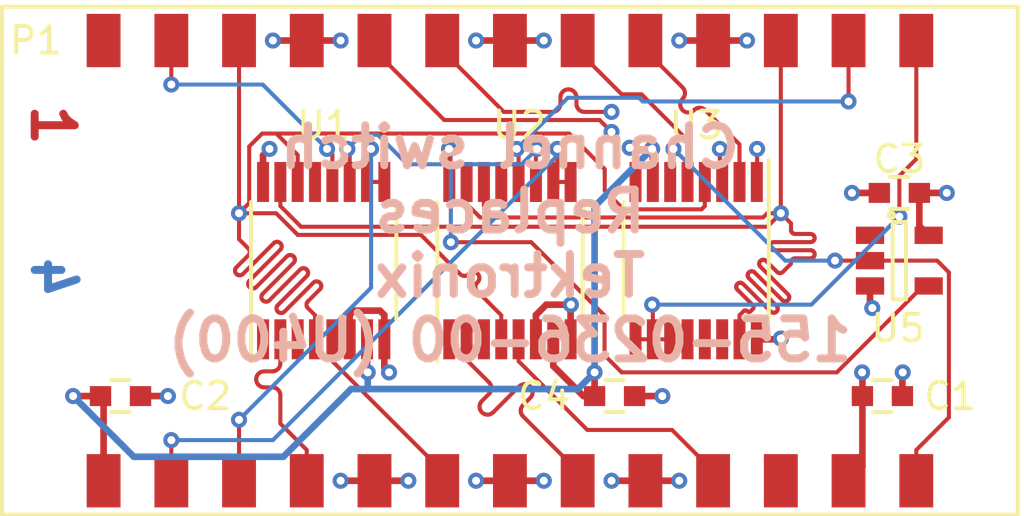
<source format=kicad_pcb>
(kicad_pcb (version 4) (host pcbnew 4.0.1-2.fc23-product)

  (general
    (links 56)
    (no_connects 0)
    (area 85.089499 87.629499 123.190501 106.680501)
    (thickness 2)
    (drawings 9)
    (tracks 793)
    (zones 0)
    (modules 9)
    (nets 21)
  )

  (page A4)
  (layers
    (0 F.Cu signal)
    (1 In1.Cu power)
    (2 In2.Cu power)
    (31 B.Cu signal)
    (32 B.Adhes user)
    (33 F.Adhes user)
    (34 B.Paste user)
    (35 F.Paste user)
    (36 B.SilkS user hide)
    (37 F.SilkS user)
    (38 B.Mask user)
    (39 F.Mask user)
    (40 Dwgs.User user)
    (41 Cmts.User user)
    (42 Eco1.User user)
    (43 Eco2.User user)
    (44 Edge.Cuts user)
    (45 Margin user)
    (46 B.CrtYd user)
    (47 F.CrtYd user)
    (48 B.Fab user)
    (49 F.Fab user)
  )

  (setup
    (last_trace_width 0.25)
    (trace_clearance 0.2)
    (zone_clearance 0.3)
    (zone_45_only no)
    (trace_min 0.1524)
    (segment_width 0.2)
    (edge_width 0.15)
    (via_size 0.6)
    (via_drill 0.3)
    (via_min_size 0.4)
    (via_min_drill 0.3)
    (blind_buried_vias_allowed yes)
    (uvia_size 0.3)
    (uvia_drill 0.1)
    (uvias_allowed no)
    (uvia_min_size 0.2)
    (uvia_min_drill 0.1)
    (pcb_text_width 0.3)
    (pcb_text_size 1.5 1.5)
    (mod_edge_width 0.15)
    (mod_text_size 1 1)
    (mod_text_width 0.15)
    (pad_size 1.524 1.524)
    (pad_drill 0.762)
    (pad_to_mask_clearance 0.1524)
    (aux_axis_origin 0 0)
    (grid_origin 129.54 127)
    (visible_elements FFFFFF7F)
    (pcbplotparams
      (layerselection 0x00030_80000001)
      (usegerberextensions false)
      (excludeedgelayer true)
      (linewidth 0.100000)
      (plotframeref false)
      (viasonmask false)
      (mode 1)
      (useauxorigin false)
      (hpglpennumber 1)
      (hpglpenspeed 20)
      (hpglpendiameter 15)
      (hpglpenoverlay 2)
      (psnegative false)
      (psa4output false)
      (plotreference true)
      (plotvalue true)
      (plotinvisibletext false)
      (padsonsilk false)
      (subtractmaskfromsilk false)
      (outputformat 1)
      (mirror false)
      (drillshape 0)
      (scaleselection 1)
      (outputdirectory ""))
  )

  (net 0 "")
  (net 1 /CH_5-)
  (net 2 /OUT-)
  (net 3 GND)
  (net 4 /CH_4-)
  (net 5 /CH_4+)
  (net 6 /CH_3-)
  (net 7 /CH_3+)
  (net 8 /OUT+)
  (net 9 /CH_5+)
  (net 10 /~VS3)
  (net 11 /~VS4)
  (net 12 VCC)
  (net 13 /CH_2-)
  (net 14 /CH_2+)
  (net 15 /CH_1-)
  (net 16 /CH_1+)
  (net 17 /~VS1)
  (net 18 /~VS2)
  (net 19 VEE)
  (net 20 /~CH5_SEL)

  (net_class Default "This is the default net class."
    (clearance 0.2)
    (trace_width 0.25)
    (via_dia 0.6)
    (via_drill 0.3)
    (uvia_dia 0.3)
    (uvia_drill 0.1)
    (add_net GND)
    (add_net VCC)
    (add_net VEE)
  )

  (net_class Differentials ""
    (clearance 0.1524)
    (trace_width 0.1524)
    (via_dia 0.6)
    (via_drill 0.3)
    (uvia_dia 0.3)
    (uvia_drill 0.1)
    (add_net /CH_1+)
    (add_net /CH_1-)
    (add_net /CH_2+)
    (add_net /CH_2-)
    (add_net /CH_3+)
    (add_net /CH_3-)
    (add_net /CH_4+)
    (add_net /CH_4-)
    (add_net /CH_5+)
    (add_net /CH_5-)
    (add_net /OUT+)
    (add_net /OUT-)
  )

  (net_class Logic ""
    (clearance 0.1524)
    (trace_width 0.1524)
    (via_dia 0.6)
    (via_drill 0.3)
    (uvia_dia 0.3)
    (uvia_drill 0.1)
    (add_net /~CH5_SEL)
    (add_net /~VS1)
    (add_net /~VS2)
    (add_net /~VS3)
    (add_net /~VS4)
  )

  (module Tektronix_hybrids:Tek-DIL-26 locked (layer B.Cu) (tedit 576EB536) (tstamp 57702423)
    (at 123.19 87.63 180)
    (path /576DD90D)
    (fp_text reference P1 (at 36.83 -1.27 180) (layer F.SilkS)
      (effects (font (size 1 1) (thickness 0.15)))
    )
    (fp_text value DIL_26 (at 5.08 -5.08 180) (layer B.Fab)
      (effects (font (size 1 1) (thickness 0.15)) (justify mirror))
    )
    (fp_line (start 38.1 0) (end 0 0) (layer F.CrtYd) (width 0.15))
    (fp_line (start 38.1 -3.175) (end 38.1 0) (layer F.CrtYd) (width 0.15))
    (fp_line (start 0 -3.175) (end 38.1 -3.175) (layer F.CrtYd) (width 0.15))
    (fp_line (start 0 0) (end 0 -3.175) (layer F.CrtYd) (width 0.15))
    (fp_line (start 38.1 -19.05) (end 0 -19.05) (layer F.CrtYd) (width 0.15))
    (fp_line (start 38.1 -15.875) (end 38.1 -19.05) (layer F.CrtYd) (width 0.15))
    (fp_line (start 0 -15.875) (end 38.1 -15.875) (layer F.CrtYd) (width 0.15))
    (fp_line (start 0 -19.05) (end 0 -15.875) (layer F.CrtYd) (width 0.15))
    (fp_line (start 38.1 0) (end 0 0) (layer F.SilkS) (width 0.15))
    (fp_line (start 38.1 -19.05) (end 38.1 0) (layer F.SilkS) (width 0.15))
    (fp_line (start 0 -19.05) (end 38.1 -19.05) (layer F.SilkS) (width 0.15))
    (fp_line (start 0 0) (end 0 -19.05) (layer F.SilkS) (width 0.15))
    (pad 13 connect rect (at 3.81 -1.27 180) (size 1.27 2) (layers F.Cu F.Mask)
      (net 10 /~VS3))
    (pad 12 connect rect (at 6.35 -1.27 180) (size 1.27 2) (layers F.Cu F.Mask)
      (net 9 /CH_5+))
    (pad 11 connect rect (at 8.89 -1.27 180) (size 1.27 2) (layers F.Cu F.Mask)
      (net 8 /OUT+))
    (pad 10 connect rect (at 11.43 -1.27 180) (size 1.27 2) (layers F.Cu F.Mask)
      (net 3 GND))
    (pad 9 connect rect (at 13.97 -1.27 180) (size 1.27 2) (layers F.Cu F.Mask)
      (net 7 /CH_3+))
    (pad 8 connect rect (at 16.51 -1.27 180) (size 1.27 2) (layers F.Cu F.Mask)
      (net 6 /CH_3-))
    (pad 7 connect rect (at 19.05 -1.27 180) (size 1.27 2) (layers F.Cu F.Mask)
      (net 3 GND))
    (pad 6 connect rect (at 21.59 -1.27 180) (size 1.27 2) (layers F.Cu F.Mask)
      (net 5 /CH_4+))
    (pad 5 connect rect (at 24.13 -1.27 180) (size 1.27 2) (layers F.Cu F.Mask)
      (net 4 /CH_4-))
    (pad 4 connect rect (at 26.67 -1.27 180) (size 1.27 2) (layers F.Cu F.Mask)
      (net 3 GND))
    (pad 3 connect rect (at 29.21 -1.27 180) (size 1.27 2) (layers F.Cu F.Mask)
      (net 2 /OUT-))
    (pad 2 connect rect (at 31.75 -1.27 180) (size 1.27 2) (layers F.Cu F.Mask)
      (net 1 /CH_5-))
    (pad 1 connect rect (at 34.29 -1.27 180) (size 1.27 2) (layers F.Cu F.Mask))
    (pad 26 connect rect (at 34.29 -17.78 180) (size 1.27 2) (layers F.Cu F.Mask)
      (net 19 VEE))
    (pad 25 connect rect (at 31.75 -17.78 180) (size 1.27 2) (layers F.Cu F.Mask)
      (net 18 /~VS2))
    (pad 24 connect rect (at 29.21 -17.78 180) (size 1.27 2) (layers F.Cu F.Mask)
      (net 17 /~VS1))
    (pad 23 connect rect (at 26.67 -17.78 180) (size 1.27 2) (layers F.Cu F.Mask)
      (net 16 /CH_1+))
    (pad 22 connect rect (at 24.13 -17.78 180) (size 1.27 2) (layers F.Cu F.Mask)
      (net 3 GND))
    (pad 21 connect rect (at 21.59 -17.78 180) (size 1.27 2) (layers F.Cu F.Mask)
      (net 15 /CH_1-))
    (pad 20 connect rect (at 19.05 -17.78 180) (size 1.27 2) (layers F.Cu F.Mask)
      (net 3 GND))
    (pad 19 connect rect (at 16.51 -17.78 180) (size 1.27 2) (layers F.Cu F.Mask)
      (net 14 /CH_2+))
    (pad 18 connect rect (at 13.97 -17.78 180) (size 1.27 2) (layers F.Cu F.Mask)
      (net 3 GND))
    (pad 17 connect rect (at 11.43 -17.78 180) (size 1.27 2) (layers F.Cu F.Mask)
      (net 13 /CH_2-))
    (pad 16 connect rect (at 8.89 -17.78 180) (size 1.27 2) (layers F.Cu F.Mask))
    (pad 15 connect rect (at 6.35 -17.78 180) (size 1.27 2) (layers F.Cu F.Mask)
      (net 12 VCC))
    (pad 14 connect rect (at 3.81 -17.78 180) (size 1.27 2) (layers F.Cu F.Mask)
      (net 11 /~VS4))
  )

  (module Housings_SSOP:TSSOP-16_4.4x5mm_Pitch0.65mm locked (layer F.Cu) (tedit 54130A77) (tstamp 5770310C)
    (at 104.14 97.155 90)
    (descr "16-Lead Plastic Thin Shrink Small Outline (ST)-4.4 mm Body [TSSOP] (see Microchip Packaging Specification 00000049BS.pdf)")
    (tags "SSOP 0.65")
    (path /57702D87)
    (attr smd)
    (fp_text reference U2 (at 5.08 0.355 180) (layer F.SilkS)
      (effects (font (size 1 1) (thickness 0.15)))
    )
    (fp_text value 4053 (at 0 3.55 90) (layer F.Fab)
      (effects (font (size 1 1) (thickness 0.15)))
    )
    (fp_line (start -3.95 -2.8) (end -3.95 2.8) (layer F.CrtYd) (width 0.05))
    (fp_line (start 3.95 -2.8) (end 3.95 2.8) (layer F.CrtYd) (width 0.05))
    (fp_line (start -3.95 -2.8) (end 3.95 -2.8) (layer F.CrtYd) (width 0.05))
    (fp_line (start -3.95 2.8) (end 3.95 2.8) (layer F.CrtYd) (width 0.05))
    (fp_line (start -2.2 2.725) (end 2.2 2.725) (layer F.SilkS) (width 0.15))
    (fp_line (start -3.775 -2.725) (end 2.2 -2.725) (layer F.SilkS) (width 0.15))
    (pad 1 smd rect (at -2.95 -2.275 90) (size 1.5 0.45) (layers F.Cu F.Paste F.Mask))
    (pad 2 smd rect (at -2.95 -1.625 90) (size 1.5 0.45) (layers F.Cu F.Paste F.Mask)
      (net 14 /CH_2+))
    (pad 3 smd rect (at -2.95 -0.975 90) (size 1.5 0.45) (layers F.Cu F.Paste F.Mask))
    (pad 4 smd rect (at -2.95 -0.325 90) (size 1.5 0.45) (layers F.Cu F.Paste F.Mask)
      (net 2 /OUT-))
    (pad 5 smd rect (at -2.95 0.325 90) (size 1.5 0.45) (layers F.Cu F.Paste F.Mask)
      (net 13 /CH_2-))
    (pad 6 smd rect (at -2.95 0.975 90) (size 1.5 0.45) (layers F.Cu F.Paste F.Mask)
      (net 3 GND))
    (pad 7 smd rect (at -2.95 1.625 90) (size 1.5 0.45) (layers F.Cu F.Paste F.Mask)
      (net 19 VEE))
    (pad 8 smd rect (at -2.95 2.275 90) (size 1.5 0.45) (layers F.Cu F.Paste F.Mask)
      (net 3 GND))
    (pad 9 smd rect (at 2.95 2.275 90) (size 1.5 0.45) (layers F.Cu F.Paste F.Mask)
      (net 18 /~VS2))
    (pad 10 smd rect (at 2.95 1.625 90) (size 1.5 0.45) (layers F.Cu F.Paste F.Mask)
      (net 18 /~VS2))
    (pad 11 smd rect (at 2.95 0.975 90) (size 1.5 0.45) (layers F.Cu F.Paste F.Mask)
      (net 20 /~CH5_SEL))
    (pad 12 smd rect (at 2.95 0.325 90) (size 1.5 0.45) (layers F.Cu F.Paste F.Mask)
      (net 9 /CH_5+))
    (pad 13 smd rect (at 2.95 -0.325 90) (size 1.5 0.45) (layers F.Cu F.Paste F.Mask))
    (pad 14 smd rect (at 2.95 -0.975 90) (size 1.5 0.45) (layers F.Cu F.Paste F.Mask)
      (net 8 /OUT+))
    (pad 15 smd rect (at 2.95 -1.625 90) (size 1.5 0.45) (layers F.Cu F.Paste F.Mask)
      (net 8 /OUT+))
    (pad 16 smd rect (at 2.95 -2.275 90) (size 1.5 0.45) (layers F.Cu F.Paste F.Mask)
      (net 12 VCC))
    (model Housings_SSOP.3dshapes/TSSOP-16_4.4x5mm_Pitch0.65mm.wrl
      (at (xyz 0 0 0))
      (scale (xyz 1 1 1))
      (rotate (xyz 0 0 0))
    )
  )

  (module Housings_SSOP:TSSOP-16_4.4x5mm_Pitch0.65mm (layer F.Cu) (tedit 54130A77) (tstamp 5770311F)
    (at 111.125 97.155 270)
    (descr "16-Lead Plastic Thin Shrink Small Outline (ST)-4.4 mm Body [TSSOP] (see Microchip Packaging Specification 00000049BS.pdf)")
    (tags "SSOP 0.65")
    (path /57702EBA)
    (attr smd)
    (fp_text reference U3 (at -5.08 0 360) (layer F.SilkS)
      (effects (font (size 1 1) (thickness 0.15)))
    )
    (fp_text value 4053 (at 0 3.55 270) (layer F.Fab)
      (effects (font (size 1 1) (thickness 0.15)))
    )
    (fp_line (start -3.95 -2.8) (end -3.95 2.8) (layer F.CrtYd) (width 0.05))
    (fp_line (start 3.95 -2.8) (end 3.95 2.8) (layer F.CrtYd) (width 0.05))
    (fp_line (start -3.95 -2.8) (end 3.95 -2.8) (layer F.CrtYd) (width 0.05))
    (fp_line (start -3.95 2.8) (end 3.95 2.8) (layer F.CrtYd) (width 0.05))
    (fp_line (start -2.2 2.725) (end 2.2 2.725) (layer F.SilkS) (width 0.15))
    (fp_line (start -3.775 -2.725) (end 2.2 -2.725) (layer F.SilkS) (width 0.15))
    (pad 1 smd rect (at -2.95 -2.275 270) (size 1.5 0.45) (layers F.Cu F.Paste F.Mask)
      (net 5 /CH_4+))
    (pad 2 smd rect (at -2.95 -1.625 270) (size 1.5 0.45) (layers F.Cu F.Paste F.Mask)
      (net 7 /CH_3+))
    (pad 3 smd rect (at -2.95 -0.975 270) (size 1.5 0.45) (layers F.Cu F.Paste F.Mask)
      (net 4 /CH_4-))
    (pad 4 smd rect (at -2.95 -0.325 270) (size 1.5 0.45) (layers F.Cu F.Paste F.Mask)
      (net 2 /OUT-))
    (pad 5 smd rect (at -2.95 0.325 270) (size 1.5 0.45) (layers F.Cu F.Paste F.Mask)
      (net 6 /CH_3-))
    (pad 6 smd rect (at -2.95 0.975 270) (size 1.5 0.45) (layers F.Cu F.Paste F.Mask)
      (net 11 /~VS4))
    (pad 7 smd rect (at -2.95 1.625 270) (size 1.5 0.45) (layers F.Cu F.Paste F.Mask)
      (net 19 VEE))
    (pad 8 smd rect (at -2.95 2.275 270) (size 1.5 0.45) (layers F.Cu F.Paste F.Mask)
      (net 3 GND))
    (pad 9 smd rect (at 2.95 2.275 270) (size 1.5 0.45) (layers F.Cu F.Paste F.Mask)
      (net 10 /~VS3))
    (pad 10 smd rect (at 2.95 1.625 270) (size 1.5 0.45) (layers F.Cu F.Paste F.Mask)
      (net 10 /~VS3))
    (pad 11 smd rect (at 2.95 0.975 270) (size 1.5 0.45) (layers F.Cu F.Paste F.Mask)
      (net 10 /~VS3))
    (pad 12 smd rect (at 2.95 0.325 270) (size 1.5 0.45) (layers F.Cu F.Paste F.Mask))
    (pad 13 smd rect (at 2.95 -0.325 270) (size 1.5 0.45) (layers F.Cu F.Paste F.Mask))
    (pad 14 smd rect (at 2.95 -0.975 270) (size 1.5 0.45) (layers F.Cu F.Paste F.Mask))
    (pad 15 smd rect (at 2.95 -1.625 270) (size 1.5 0.45) (layers F.Cu F.Paste F.Mask)
      (net 8 /OUT+))
    (pad 16 smd rect (at 2.95 -2.275 270) (size 1.5 0.45) (layers F.Cu F.Paste F.Mask)
      (net 12 VCC))
    (model Housings_SSOP.3dshapes/TSSOP-16_4.4x5mm_Pitch0.65mm.wrl
      (at (xyz 0 0 0))
      (scale (xyz 1 1 1))
      (rotate (xyz 0 0 0))
    )
  )

  (module Capacitors_SMD:C_0603 (layer F.Cu) (tedit 5415D631) (tstamp 577030E6)
    (at 118.11 102.235)
    (descr "Capacitor SMD 0603, reflow soldering, AVX (see smccp.pdf)")
    (tags "capacitor 0603")
    (path /576F76A0)
    (attr smd)
    (fp_text reference C1 (at 2.54 0) (layer F.SilkS)
      (effects (font (size 1 1) (thickness 0.15)))
    )
    (fp_text value C (at 0 1.9) (layer F.Fab)
      (effects (font (size 1 1) (thickness 0.15)))
    )
    (fp_line (start -1.45 -0.75) (end 1.45 -0.75) (layer F.CrtYd) (width 0.05))
    (fp_line (start -1.45 0.75) (end 1.45 0.75) (layer F.CrtYd) (width 0.05))
    (fp_line (start -1.45 -0.75) (end -1.45 0.75) (layer F.CrtYd) (width 0.05))
    (fp_line (start 1.45 -0.75) (end 1.45 0.75) (layer F.CrtYd) (width 0.05))
    (fp_line (start -0.35 -0.6) (end 0.35 -0.6) (layer F.SilkS) (width 0.15))
    (fp_line (start 0.35 0.6) (end -0.35 0.6) (layer F.SilkS) (width 0.15))
    (pad 1 smd rect (at -0.75 0) (size 0.8 0.75) (layers F.Cu F.Paste F.Mask)
      (net 12 VCC))
    (pad 2 smd rect (at 0.75 0) (size 0.8 0.75) (layers F.Cu F.Paste F.Mask)
      (net 3 GND))
    (model Capacitors_SMD.3dshapes/C_0603.wrl
      (at (xyz 0 0 0))
      (scale (xyz 1 1 1))
      (rotate (xyz 0 0 0))
    )
  )

  (module Capacitors_SMD:C_0603 (layer F.Cu) (tedit 5415D631) (tstamp 577030EC)
    (at 89.535 102.235 180)
    (descr "Capacitor SMD 0603, reflow soldering, AVX (see smccp.pdf)")
    (tags "capacitor 0603")
    (path /576F7721)
    (attr smd)
    (fp_text reference C2 (at -3.175 0 180) (layer F.SilkS)
      (effects (font (size 1 1) (thickness 0.15)))
    )
    (fp_text value C (at 0 1.9 180) (layer F.Fab)
      (effects (font (size 1 1) (thickness 0.15)))
    )
    (fp_line (start -1.45 -0.75) (end 1.45 -0.75) (layer F.CrtYd) (width 0.05))
    (fp_line (start -1.45 0.75) (end 1.45 0.75) (layer F.CrtYd) (width 0.05))
    (fp_line (start -1.45 -0.75) (end -1.45 0.75) (layer F.CrtYd) (width 0.05))
    (fp_line (start 1.45 -0.75) (end 1.45 0.75) (layer F.CrtYd) (width 0.05))
    (fp_line (start -0.35 -0.6) (end 0.35 -0.6) (layer F.SilkS) (width 0.15))
    (fp_line (start 0.35 0.6) (end -0.35 0.6) (layer F.SilkS) (width 0.15))
    (pad 1 smd rect (at -0.75 0 180) (size 0.8 0.75) (layers F.Cu F.Paste F.Mask)
      (net 3 GND))
    (pad 2 smd rect (at 0.75 0 180) (size 0.8 0.75) (layers F.Cu F.Paste F.Mask)
      (net 19 VEE))
    (model Capacitors_SMD.3dshapes/C_0603.wrl
      (at (xyz 0 0 0))
      (scale (xyz 1 1 1))
      (rotate (xyz 0 0 0))
    )
  )

  (module Capacitors_SMD:C_0603 (layer F.Cu) (tedit 5415D631) (tstamp 577030F2)
    (at 118.745 94.615 180)
    (descr "Capacitor SMD 0603, reflow soldering, AVX (see smccp.pdf)")
    (tags "capacitor 0603")
    (path /576F76DD)
    (attr smd)
    (fp_text reference C3 (at 0 1.27 180) (layer F.SilkS)
      (effects (font (size 1 1) (thickness 0.15)))
    )
    (fp_text value C (at 0 1.9 180) (layer F.Fab)
      (effects (font (size 1 1) (thickness 0.15)))
    )
    (fp_line (start -1.45 -0.75) (end 1.45 -0.75) (layer F.CrtYd) (width 0.05))
    (fp_line (start -1.45 0.75) (end 1.45 0.75) (layer F.CrtYd) (width 0.05))
    (fp_line (start -1.45 -0.75) (end -1.45 0.75) (layer F.CrtYd) (width 0.05))
    (fp_line (start 1.45 -0.75) (end 1.45 0.75) (layer F.CrtYd) (width 0.05))
    (fp_line (start -0.35 -0.6) (end 0.35 -0.6) (layer F.SilkS) (width 0.15))
    (fp_line (start 0.35 0.6) (end -0.35 0.6) (layer F.SilkS) (width 0.15))
    (pad 1 smd rect (at -0.75 0 180) (size 0.8 0.75) (layers F.Cu F.Paste F.Mask)
      (net 12 VCC))
    (pad 2 smd rect (at 0.75 0 180) (size 0.8 0.75) (layers F.Cu F.Paste F.Mask)
      (net 3 GND))
    (model Capacitors_SMD.3dshapes/C_0603.wrl
      (at (xyz 0 0 0))
      (scale (xyz 1 1 1))
      (rotate (xyz 0 0 0))
    )
  )

  (module Capacitors_SMD:C_0603 (layer F.Cu) (tedit 5415D631) (tstamp 577030F8)
    (at 108.065 102.235 180)
    (descr "Capacitor SMD 0603, reflow soldering, AVX (see smccp.pdf)")
    (tags "capacitor 0603")
    (path /576F76FE)
    (attr smd)
    (fp_text reference C4 (at 2.655 0 180) (layer F.SilkS)
      (effects (font (size 1 1) (thickness 0.15)))
    )
    (fp_text value C (at 0 1.9 180) (layer F.Fab)
      (effects (font (size 1 1) (thickness 0.15)))
    )
    (fp_line (start -1.45 -0.75) (end 1.45 -0.75) (layer F.CrtYd) (width 0.05))
    (fp_line (start -1.45 0.75) (end 1.45 0.75) (layer F.CrtYd) (width 0.05))
    (fp_line (start -1.45 -0.75) (end -1.45 0.75) (layer F.CrtYd) (width 0.05))
    (fp_line (start 1.45 -0.75) (end 1.45 0.75) (layer F.CrtYd) (width 0.05))
    (fp_line (start -0.35 -0.6) (end 0.35 -0.6) (layer F.SilkS) (width 0.15))
    (fp_line (start 0.35 0.6) (end -0.35 0.6) (layer F.SilkS) (width 0.15))
    (pad 1 smd rect (at -0.75 0 180) (size 0.8 0.75) (layers F.Cu F.Paste F.Mask)
      (net 3 GND))
    (pad 2 smd rect (at 0.75 0 180) (size 0.8 0.75) (layers F.Cu F.Paste F.Mask)
      (net 19 VEE))
    (model Capacitors_SMD.3dshapes/C_0603.wrl
      (at (xyz 0 0 0))
      (scale (xyz 1 1 1))
      (rotate (xyz 0 0 0))
    )
  )

  (module Housings_SSOP:TSSOP-16_4.4x5mm_Pitch0.65mm (layer F.Cu) (tedit 54130A77) (tstamp 577030F9)
    (at 97.155 97.155 90)
    (descr "16-Lead Plastic Thin Shrink Small Outline (ST)-4.4 mm Body [TSSOP] (see Microchip Packaging Specification 00000049BS.pdf)")
    (tags "SSOP 0.65")
    (path /57701E19)
    (attr smd)
    (fp_text reference U1 (at 5.08 0 180) (layer F.SilkS)
      (effects (font (size 1 1) (thickness 0.15)))
    )
    (fp_text value 4053 (at 0 3.55 90) (layer F.Fab)
      (effects (font (size 1 1) (thickness 0.15)))
    )
    (fp_line (start -3.95 -2.8) (end -3.95 2.8) (layer F.CrtYd) (width 0.05))
    (fp_line (start 3.95 -2.8) (end 3.95 2.8) (layer F.CrtYd) (width 0.05))
    (fp_line (start -3.95 -2.8) (end 3.95 -2.8) (layer F.CrtYd) (width 0.05))
    (fp_line (start -3.95 2.8) (end 3.95 2.8) (layer F.CrtYd) (width 0.05))
    (fp_line (start -2.2 2.725) (end 2.2 2.725) (layer F.SilkS) (width 0.15))
    (fp_line (start -3.775 -2.725) (end 2.2 -2.725) (layer F.SilkS) (width 0.15))
    (pad 1 smd rect (at -2.95 -2.275 90) (size 1.5 0.45) (layers F.Cu F.Paste F.Mask))
    (pad 2 smd rect (at -2.95 -1.625 90) (size 1.5 0.45) (layers F.Cu F.Paste F.Mask)
      (net 16 /CH_1+))
    (pad 3 smd rect (at -2.95 -0.975 90) (size 1.5 0.45) (layers F.Cu F.Paste F.Mask))
    (pad 4 smd rect (at -2.95 -0.325 90) (size 1.5 0.45) (layers F.Cu F.Paste F.Mask)
      (net 2 /OUT-))
    (pad 5 smd rect (at -2.95 0.325 90) (size 1.5 0.45) (layers F.Cu F.Paste F.Mask)
      (net 15 /CH_1-))
    (pad 6 smd rect (at -2.95 0.975 90) (size 1.5 0.45) (layers F.Cu F.Paste F.Mask)
      (net 3 GND))
    (pad 7 smd rect (at -2.95 1.625 90) (size 1.5 0.45) (layers F.Cu F.Paste F.Mask)
      (net 19 VEE))
    (pad 8 smd rect (at -2.95 2.275 90) (size 1.5 0.45) (layers F.Cu F.Paste F.Mask)
      (net 3 GND))
    (pad 9 smd rect (at 2.95 2.275 90) (size 1.5 0.45) (layers F.Cu F.Paste F.Mask)
      (net 17 /~VS1))
    (pad 10 smd rect (at 2.95 1.625 90) (size 1.5 0.45) (layers F.Cu F.Paste F.Mask)
      (net 17 /~VS1))
    (pad 11 smd rect (at 2.95 0.975 90) (size 1.5 0.45) (layers F.Cu F.Paste F.Mask)
      (net 20 /~CH5_SEL))
    (pad 12 smd rect (at 2.95 0.325 90) (size 1.5 0.45) (layers F.Cu F.Paste F.Mask)
      (net 1 /CH_5-))
    (pad 13 smd rect (at 2.95 -0.325 90) (size 1.5 0.45) (layers F.Cu F.Paste F.Mask))
    (pad 14 smd rect (at 2.95 -0.975 90) (size 1.5 0.45) (layers F.Cu F.Paste F.Mask)
      (net 2 /OUT-))
    (pad 15 smd rect (at 2.95 -1.625 90) (size 1.5 0.45) (layers F.Cu F.Paste F.Mask)
      (net 8 /OUT+))
    (pad 16 smd rect (at 2.95 -2.275 90) (size 1.5 0.45) (layers F.Cu F.Paste F.Mask)
      (net 12 VCC))
    (model Housings_SSOP.3dshapes/TSSOP-16_4.4x5mm_Pitch0.65mm.wrl
      (at (xyz 0 0 0))
      (scale (xyz 1 1 1))
      (rotate (xyz 0 0 0))
    )
  )

  (module TO_SOT_Packages_SMD:SOT-23-5 (layer F.Cu) (tedit 55360473) (tstamp 5773E889)
    (at 118.745 97.155)
    (descr "5-pin SOT23 package")
    (tags SOT-23-5)
    (path /5770BAD5)
    (attr smd)
    (fp_text reference U5 (at -0.05 2.54) (layer F.SilkS)
      (effects (font (size 1 1) (thickness 0.15)))
    )
    (fp_text value 74AHC1G00 (at -0.05 2.35) (layer F.Fab)
      (effects (font (size 1 1) (thickness 0.15)))
    )
    (fp_line (start -1.8 -1.6) (end 1.8 -1.6) (layer F.CrtYd) (width 0.05))
    (fp_line (start 1.8 -1.6) (end 1.8 1.6) (layer F.CrtYd) (width 0.05))
    (fp_line (start 1.8 1.6) (end -1.8 1.6) (layer F.CrtYd) (width 0.05))
    (fp_line (start -1.8 1.6) (end -1.8 -1.6) (layer F.CrtYd) (width 0.05))
    (fp_circle (center -0.3 -1.7) (end -0.2 -1.7) (layer F.SilkS) (width 0.15))
    (fp_line (start 0.25 -1.45) (end -0.25 -1.45) (layer F.SilkS) (width 0.15))
    (fp_line (start 0.25 1.45) (end 0.25 -1.45) (layer F.SilkS) (width 0.15))
    (fp_line (start -0.25 1.45) (end 0.25 1.45) (layer F.SilkS) (width 0.15))
    (fp_line (start -0.25 -1.45) (end -0.25 1.45) (layer F.SilkS) (width 0.15))
    (pad 1 smd rect (at -1.1 -0.95) (size 1.06 0.65) (layers F.Cu F.Paste F.Mask)
      (net 10 /~VS3))
    (pad 2 smd rect (at -1.1 0) (size 1.06 0.65) (layers F.Cu F.Paste F.Mask)
      (net 11 /~VS4))
    (pad 3 smd rect (at -1.1 0.95) (size 1.06 0.65) (layers F.Cu F.Paste F.Mask)
      (net 3 GND))
    (pad 4 smd rect (at 1.1 0.95) (size 1.06 0.65) (layers F.Cu F.Paste F.Mask)
      (net 20 /~CH5_SEL))
    (pad 5 smd rect (at 1.1 -0.95) (size 1.06 0.65) (layers F.Cu F.Paste F.Mask)
      (net 12 VCC))
    (model TO_SOT_Packages_SMD.3dshapes/SOT-23-5.wrl
      (at (xyz 0 0 0))
      (scale (xyz 1 1 1))
      (rotate (xyz 0 0 0))
    )
  )

  (gr_text 4 (at 86.995 97.79 270) (layer B.Cu)
    (effects (font (size 1.5 1.5) (thickness 0.3)) (justify mirror))
  )
  (gr_text 3 (at 86.995 95.885 270) (layer In2.Cu)
    (effects (font (size 1.5 1.5) (thickness 0.3)))
  )
  (gr_text 2 (at 86.995 93.98 270) (layer In1.Cu)
    (effects (font (size 1.5 1.5) (thickness 0.3)))
  )
  (gr_text 1 (at 86.995 92.075 270) (layer F.Cu)
    (effects (font (size 1.5 1.5) (thickness 0.3)))
  )
  (gr_text "Channel switch\nReplaces\nTektronix\n155-0236-00 (U400)" (at 104.14 96.52) (layer B.SilkS)
    (effects (font (size 1.5 1.5) (thickness 0.3)) (justify mirror))
  )
  (gr_line (start 123.19 106.68) (end 85.09 106.68) (layer Edge.Cuts) (width 0.001))
  (gr_line (start 123.19 87.63) (end 123.19 106.68) (layer Edge.Cuts) (width 0.001))
  (gr_line (start 85.09 87.63) (end 123.19 87.63) (layer Edge.Cuts) (width 0.001))
  (gr_line (start 85.09 106.68) (end 85.09 87.63) (layer Edge.Cuts) (width 0.001))

  (segment (start 97.48 94.205) (end 97.48 93.162) (width 0.1524) (layer F.Cu) (net 1) (status 10))
  (segment (start 94.869 90.551) (end 97.282 92.964) (width 0.1524) (layer B.Cu) (net 1))
  (segment (start 97.48 93.162) (end 97.282 92.964) (width 0.1524) (layer F.Cu) (net 1))
  (segment (start 91.44 90.551) (end 94.869 90.551) (width 0.1524) (layer B.Cu) (net 1))
  (via (at 97.282 92.964) (size 0.6) (drill 0.3) (layers F.Cu B.Cu) (net 1))
  (segment (start 91.44 88.9) (end 91.44 90.551) (width 0.1524) (layer F.Cu) (net 1) (status 10))
  (via (at 91.44 90.551) (size 0.6) (drill 0.3) (layers F.Cu B.Cu) (net 1))
  (via (at 93.98 95.377) (size 0.6) (drill 0.3) (layers F.Cu B.Cu) (net 2))
  (segment (start 96.181344 96.18981) (end 95.368534 95.377) (width 0.1524) (layer F.Cu) (net 2))
  (segment (start 100.80221 96.18981) (end 96.181344 96.18981) (width 0.1524) (layer F.Cu) (net 2))
  (segment (start 102.358788 97.714877) (end 102.313393 97.693016) (width 0.1524) (layer F.Cu) (net 2))
  (segment (start 102.507413 97.714877) (end 102.458293 97.726089) (width 0.1524) (layer F.Cu) (net 2))
  (segment (start 102.313393 97.693016) (end 102.274003 97.661603) (width 0.1524) (layer F.Cu) (net 2))
  (segment (start 102.928516 97.643486) (end 102.889124 97.612072) (width 0.1524) (layer F.Cu) (net 2))
  (segment (start 102.843729 97.590211) (end 102.794608 97.578999) (width 0.1524) (layer F.Cu) (net 2))
  (segment (start 102.794608 97.578999) (end 102.744224 97.578999) (width 0.1524) (layer F.Cu) (net 2))
  (segment (start 102.695104 97.590211) (end 102.649709 97.612072) (width 0.1524) (layer F.Cu) (net 2))
  (segment (start 102.649709 97.612072) (end 102.610317 97.643486) (width 0.1524) (layer F.Cu) (net 2))
  (segment (start 102.552808 97.693016) (end 102.507413 97.714877) (width 0.1524) (layer F.Cu) (net 2))
  (segment (start 102.981791 97.728272) (end 102.95993 97.682877) (width 0.1524) (layer F.Cu) (net 2))
  (segment (start 102.845913 98.164092) (end 102.845913 98.113708) (width 0.1524) (layer F.Cu) (net 2))
  (segment (start 102.889124 97.612072) (end 102.843729 97.590211) (width 0.1524) (layer F.Cu) (net 2))
  (segment (start 102.744224 97.578999) (end 102.695104 97.590211) (width 0.1524) (layer F.Cu) (net 2))
  (segment (start 102.5922 97.661602) (end 102.552808 97.693016) (width 0.1524) (layer F.Cu) (net 2))
  (segment (start 102.407909 97.726089) (end 102.358788 97.714877) (width 0.1524) (layer F.Cu) (net 2))
  (segment (start 102.928516 97.961684) (end 102.95993 97.922292) (width 0.1524) (layer F.Cu) (net 2))
  (segment (start 102.9104 97.979801) (end 102.928516 97.961684) (width 0.1524) (layer F.Cu) (net 2))
  (segment (start 102.857125 98.064588) (end 102.878986 98.019193) (width 0.1524) (layer F.Cu) (net 2))
  (segment (start 102.845913 98.113708) (end 102.857125 98.064588) (width 0.1524) (layer F.Cu) (net 2))
  (segment (start 102.857125 98.213213) (end 102.845913 98.164092) (width 0.1524) (layer F.Cu) (net 2))
  (segment (start 102.981791 97.876897) (end 102.993003 97.827777) (width 0.1524) (layer F.Cu) (net 2))
  (segment (start 102.993003 97.827777) (end 102.993003 97.777393) (width 0.1524) (layer F.Cu) (net 2))
  (segment (start 95.368534 95.377) (end 93.98 95.377) (width 0.1524) (layer F.Cu) (net 2))
  (segment (start 102.458293 97.726089) (end 102.407909 97.726089) (width 0.1524) (layer F.Cu) (net 2))
  (segment (start 103.815 100.105) (end 103.815 99.2026) (width 0.1524) (layer F.Cu) (net 2) (status 10))
  (segment (start 102.993003 97.777393) (end 102.981791 97.728272) (width 0.1524) (layer F.Cu) (net 2))
  (segment (start 102.610317 97.643486) (end 102.5922 97.661602) (width 0.1524) (layer F.Cu) (net 2))
  (segment (start 102.274003 97.661603) (end 100.80221 96.18981) (width 0.1524) (layer F.Cu) (net 2))
  (segment (start 102.95993 97.922292) (end 102.981791 97.876897) (width 0.1524) (layer F.Cu) (net 2))
  (segment (start 102.878986 98.019193) (end 102.9104 97.979801) (width 0.1524) (layer F.Cu) (net 2))
  (segment (start 103.815 99.2026) (end 102.9104 98.298) (width 0.1524) (layer F.Cu) (net 2))
  (segment (start 102.9104 98.298) (end 102.878986 98.258608) (width 0.1524) (layer F.Cu) (net 2))
  (segment (start 102.878986 98.258608) (end 102.857125 98.213213) (width 0.1524) (layer F.Cu) (net 2))
  (segment (start 102.95993 97.682877) (end 102.928516 97.643486) (width 0.1524) (layer F.Cu) (net 2))
  (segment (start 96.83 100.105) (end 96.83 99.2026) (width 0.1524) (layer F.Cu) (net 2) (status 10))
  (segment (start 96.535966 98.902361) (end 96.518964 98.867055) (width 0.1524) (layer F.Cu) (net 2))
  (segment (start 96.83 99.2026) (end 96.5604 98.933) (width 0.1524) (layer F.Cu) (net 2))
  (segment (start 96.518964 98.867055) (end 96.510244 98.82885) (width 0.1524) (layer F.Cu) (net 2))
  (segment (start 95.652112 99.092618) (end 95.616805 99.109621) (width 0.1524) (layer F.Cu) (net 2))
  (segment (start 96.766296 97.984639) (end 96.189168 98.561768) (width 0.1524) (layer F.Cu) (net 2))
  (segment (start 96.518964 98.751457) (end 96.535966 98.71615) (width 0.1524) (layer F.Cu) (net 2))
  (segment (start 96.870446 97.934483) (end 96.832241 97.943203) (width 0.1524) (layer F.Cu) (net 2))
  (segment (start 96.5604 98.933) (end 96.535966 98.902361) (width 0.1524) (layer F.Cu) (net 2))
  (segment (start 97.05522 98.166182) (end 97.06394 98.127977) (width 0.1524) (layer F.Cu) (net 2))
  (segment (start 97.06394 98.127977) (end 97.06394 98.088789) (width 0.1524) (layer F.Cu) (net 2))
  (segment (start 97.05522 98.050584) (end 97.038217 98.015277) (width 0.1524) (layer F.Cu) (net 2))
  (segment (start 95.842291 96.953254) (end 95.806984 96.970256) (width 0.1524) (layer F.Cu) (net 2))
  (segment (start 96.023834 96.99469) (end 95.993195 96.970256) (width 0.1524) (layer F.Cu) (net 2))
  (segment (start 96.06527 97.060634) (end 96.048267 97.025328) (width 0.1524) (layer F.Cu) (net 2))
  (segment (start 95.578601 99.118342) (end 95.539413 99.118342) (width 0.1524) (layer F.Cu) (net 2))
  (segment (start 95.616805 99.109621) (end 95.578601 99.118342) (width 0.1524) (layer F.Cu) (net 2))
  (segment (start 97.038217 98.015277) (end 97.013784 97.984639) (width 0.1524) (layer F.Cu) (net 2))
  (segment (start 96.510244 98.789662) (end 96.518964 98.751457) (width 0.1524) (layer F.Cu) (net 2))
  (segment (start 95.393826 99.00224) (end 95.385107 98.964036) (width 0.1524) (layer F.Cu) (net 2))
  (segment (start 95.385107 98.924848) (end 95.393826 98.886642) (width 0.1524) (layer F.Cu) (net 2))
  (segment (start 95.941679 98.314279) (end 95.941681 98.314281) (width 0.1524) (layer F.Cu) (net 2))
  (segment (start 95.086426 98.668354) (end 95.051119 98.685357) (width 0.1524) (layer F.Cu) (net 2))
  (segment (start 96.909634 97.934483) (end 96.870446 97.934483) (width 0.1524) (layer F.Cu) (net 2))
  (segment (start 96.510244 98.82885) (end 96.510244 98.789662) (width 0.1524) (layer F.Cu) (net 2))
  (segment (start 94.51794 98.199103) (end 94.478752 98.199103) (width 0.1524) (layer F.Cu) (net 2))
  (segment (start 96.983145 97.960205) (end 96.947839 97.943203) (width 0.1524) (layer F.Cu) (net 2))
  (segment (start 96.535966 98.71615) (end 96.5604 98.685512) (width 0.1524) (layer F.Cu) (net 2))
  (segment (start 95.682751 99.068186) (end 95.652112 99.092618) (width 0.1524) (layer F.Cu) (net 2))
  (segment (start 95.501207 99.109621) (end 95.4659 99.092618) (width 0.1524) (layer F.Cu) (net 2))
  (segment (start 96.5604 98.685512) (end 97.013784 98.232127) (width 0.1524) (layer F.Cu) (net 2))
  (segment (start 95.435263 99.068186) (end 95.410828 99.037546) (width 0.1524) (layer F.Cu) (net 2))
  (segment (start 95.051119 98.685357) (end 95.012915 98.694078) (width 0.1524) (layer F.Cu) (net 2))
  (segment (start 96.832241 97.943203) (end 96.796934 97.960205) (width 0.1524) (layer F.Cu) (net 2))
  (segment (start 97.013784 98.232127) (end 97.038217 98.201489) (width 0.1524) (layer F.Cu) (net 2))
  (segment (start 97.038217 98.201489) (end 97.05522 98.166182) (width 0.1524) (layer F.Cu) (net 2))
  (segment (start 97.06394 98.088789) (end 97.05522 98.050584) (width 0.1524) (layer F.Cu) (net 2))
  (segment (start 96.947839 97.943203) (end 96.909634 97.934483) (width 0.1524) (layer F.Cu) (net 2))
  (segment (start 97.013784 97.984639) (end 96.983145 97.960205) (width 0.1524) (layer F.Cu) (net 2))
  (segment (start 95.539413 99.118342) (end 95.501207 99.109621) (width 0.1524) (layer F.Cu) (net 2))
  (segment (start 96.796934 97.960205) (end 96.766296 97.984639) (width 0.1524) (layer F.Cu) (net 2))
  (segment (start 96.189168 98.561768) (end 95.682751 99.068186) (width 0.1524) (layer F.Cu) (net 2))
  (segment (start 94.022965 97.704128) (end 93.983777 97.704128) (width 0.1524) (layer F.Cu) (net 2))
  (segment (start 95.4659 99.092618) (end 95.435263 99.068186) (width 0.1524) (layer F.Cu) (net 2))
  (segment (start 95.694193 98.066793) (end 95.117065 98.643922) (width 0.1524) (layer F.Cu) (net 2))
  (segment (start 95.410828 99.037546) (end 95.393826 99.00224) (width 0.1524) (layer F.Cu) (net 2))
  (segment (start 95.410829 98.851336) (end 95.435263 98.820698) (width 0.1524) (layer F.Cu) (net 2))
  (segment (start 96.560245 97.555609) (end 96.543242 97.520303) (width 0.1524) (layer F.Cu) (net 2))
  (segment (start 96.271321 97.489665) (end 95.694193 98.066793) (width 0.1524) (layer F.Cu) (net 2))
  (segment (start 94.973727 98.694078) (end 94.935521 98.685357) (width 0.1524) (layer F.Cu) (net 2))
  (segment (start 95.385107 98.964036) (end 95.385107 98.924848) (width 0.1524) (layer F.Cu) (net 2))
  (segment (start 95.919684 96.944534) (end 95.880496 96.944534) (width 0.1524) (layer F.Cu) (net 2))
  (segment (start 94.828142 98.462379) (end 94.845143 98.427071) (width 0.1524) (layer F.Cu) (net 2))
  (segment (start 96.560245 97.671207) (end 96.568965 97.633002) (width 0.1524) (layer F.Cu) (net 2))
  (segment (start 95.393826 98.886642) (end 95.410829 98.851336) (width 0.1524) (layer F.Cu) (net 2))
  (segment (start 95.435263 98.820698) (end 95.941679 98.314279) (width 0.1524) (layer F.Cu) (net 2))
  (segment (start 95.941681 98.314281) (end 96.518809 97.737152) (width 0.1524) (layer F.Cu) (net 2))
  (segment (start 96.518809 97.737152) (end 96.543242 97.706514) (width 0.1524) (layer F.Cu) (net 2))
  (segment (start 96.543242 97.706514) (end 96.560245 97.671207) (width 0.1524) (layer F.Cu) (net 2))
  (segment (start 96.568965 97.633002) (end 96.568965 97.593814) (width 0.1524) (layer F.Cu) (net 2))
  (segment (start 96.301959 97.465231) (end 96.271321 97.489665) (width 0.1524) (layer F.Cu) (net 2))
  (segment (start 96.568965 97.593814) (end 96.560245 97.555609) (width 0.1524) (layer F.Cu) (net 2))
  (segment (start 95.993195 96.970256) (end 95.957889 96.953254) (width 0.1524) (layer F.Cu) (net 2))
  (segment (start 96.543242 97.520303) (end 96.518809 97.489665) (width 0.1524) (layer F.Cu) (net 2))
  (segment (start 96.48817 97.465231) (end 96.452864 97.448229) (width 0.1524) (layer F.Cu) (net 2))
  (segment (start 96.452864 97.448229) (end 96.414659 97.439509) (width 0.1524) (layer F.Cu) (net 2))
  (segment (start 96.337266 97.448229) (end 96.301959 97.465231) (width 0.1524) (layer F.Cu) (net 2))
  (segment (start 96.518809 97.489665) (end 96.48817 97.465231) (width 0.1524) (layer F.Cu) (net 2))
  (segment (start 96.375471 97.439509) (end 96.337266 97.448229) (width 0.1524) (layer F.Cu) (net 2))
  (segment (start 96.414659 97.439509) (end 96.375471 97.439509) (width 0.1524) (layer F.Cu) (net 2))
  (segment (start 94.324446 98.005608) (end 94.333167 97.967404) (width 0.1524) (layer F.Cu) (net 2))
  (segment (start 95.117065 98.643922) (end 95.086426 98.668354) (width 0.1524) (layer F.Cu) (net 2))
  (segment (start 95.579015 96.643052) (end 95.579015 96.603864) (width 0.1524) (layer F.Cu) (net 2))
  (segment (start 94.440546 98.190382) (end 94.405241 98.17338) (width 0.1524) (layer F.Cu) (net 2))
  (segment (start 94.591451 98.173379) (end 94.556144 98.190382) (width 0.1524) (layer F.Cu) (net 2))
  (segment (start 95.806984 96.970256) (end 95.776346 96.99469) (width 0.1524) (layer F.Cu) (net 2))
  (segment (start 95.012915 98.694078) (end 94.973727 98.694078) (width 0.1524) (layer F.Cu) (net 2))
  (segment (start 93.838192 97.588027) (end 93.829471 97.549821) (width 0.1524) (layer F.Cu) (net 2))
  (segment (start 94.935521 98.685357) (end 94.900216 98.668355) (width 0.1524) (layer F.Cu) (net 2))
  (segment (start 94.900216 98.668355) (end 94.869577 98.643921) (width 0.1524) (layer F.Cu) (net 2))
  (segment (start 94.333012 96.953099) (end 94.357444 96.92246) (width 0.1524) (layer F.Cu) (net 2))
  (segment (start 94.845143 98.427071) (end 94.869577 98.396433) (width 0.1524) (layer F.Cu) (net 2))
  (segment (start 94.333167 97.967404) (end 94.350168 97.932096) (width 0.1524) (layer F.Cu) (net 2))
  (segment (start 94.333167 98.083002) (end 94.324446 98.044796) (width 0.1524) (layer F.Cu) (net 2))
  (segment (start 94.819421 98.500583) (end 94.828142 98.462379) (width 0.1524) (layer F.Cu) (net 2))
  (segment (start 94.869577 98.643921) (end 94.845144 98.613283) (width 0.1524) (layer F.Cu) (net 2))
  (segment (start 94.845144 98.613283) (end 94.828142 98.577977) (width 0.1524) (layer F.Cu) (net 2))
  (segment (start 95.385521 96.449559) (end 95.347316 96.458279) (width 0.1524) (layer F.Cu) (net 2))
  (segment (start 95.199218 97.571818) (end 94.62209 98.148947) (width 0.1524) (layer F.Cu) (net 2))
  (segment (start 96.07399 97.138027) (end 96.07399 97.098839) (width 0.1524) (layer F.Cu) (net 2))
  (segment (start 95.880496 96.944534) (end 95.842291 96.953254) (width 0.1524) (layer F.Cu) (net 2))
  (segment (start 96.023834 97.242177) (end 96.048267 97.211539) (width 0.1524) (layer F.Cu) (net 2))
  (segment (start 94.819421 98.539771) (end 94.819421 98.500583) (width 0.1524) (layer F.Cu) (net 2))
  (segment (start 95.462914 96.458279) (end 95.424709 96.449559) (width 0.1524) (layer F.Cu) (net 2))
  (segment (start 95.570295 96.681257) (end 95.579015 96.643052) (width 0.1524) (layer F.Cu) (net 2))
  (segment (start 96.048267 97.211539) (end 96.06527 97.176232) (width 0.1524) (layer F.Cu) (net 2))
  (segment (start 94.828142 98.577977) (end 94.819421 98.539771) (width 0.1524) (layer F.Cu) (net 2))
  (segment (start 93.983777 97.704128) (end 93.945571 97.695407) (width 0.1524) (layer F.Cu) (net 2))
  (segment (start 95.553292 96.716564) (end 95.570295 96.681257) (width 0.1524) (layer F.Cu) (net 2))
  (segment (start 96.048267 97.025328) (end 96.023834 96.99469) (width 0.1524) (layer F.Cu) (net 2))
  (segment (start 96.07399 97.098839) (end 96.06527 97.060634) (width 0.1524) (layer F.Cu) (net 2))
  (segment (start 94.869577 98.396433) (end 96.023834 97.242177) (width 0.1524) (layer F.Cu) (net 2))
  (segment (start 96.06527 97.176232) (end 96.07399 97.138027) (width 0.1524) (layer F.Cu) (net 2))
  (segment (start 95.957889 96.953254) (end 95.919684 96.944534) (width 0.1524) (layer F.Cu) (net 2))
  (segment (start 94.374602 98.148946) (end 94.350169 98.118308) (width 0.1524) (layer F.Cu) (net 2))
  (segment (start 94.478752 98.199103) (end 94.440546 98.190382) (width 0.1524) (layer F.Cu) (net 2))
  (segment (start 95.776346 96.99469) (end 95.199218 97.571818) (width 0.1524) (layer F.Cu) (net 2))
  (segment (start 94.62209 98.148947) (end 94.591451 98.173379) (width 0.1524) (layer F.Cu) (net 2))
  (segment (start 94.350169 98.118308) (end 94.333167 98.083002) (width 0.1524) (layer F.Cu) (net 2))
  (segment (start 94.556144 98.190382) (end 94.51794 98.199103) (width 0.1524) (layer F.Cu) (net 2))
  (segment (start 94.061169 97.695407) (end 94.022965 97.704128) (width 0.1524) (layer F.Cu) (net 2))
  (segment (start 94.405241 98.17338) (end 94.374602 98.148946) (width 0.1524) (layer F.Cu) (net 2))
  (segment (start 94.5805 97.200587) (end 94.127115 97.653972) (width 0.1524) (layer F.Cu) (net 2))
  (segment (start 95.570295 96.565659) (end 95.553292 96.530353) (width 0.1524) (layer F.Cu) (net 2))
  (segment (start 95.528859 96.747202) (end 95.553292 96.716564) (width 0.1524) (layer F.Cu) (net 2))
  (segment (start 94.324446 98.044796) (end 94.324446 98.005608) (width 0.1524) (layer F.Cu) (net 2))
  (segment (start 94.350168 97.932096) (end 94.374602 97.901458) (width 0.1524) (layer F.Cu) (net 2))
  (segment (start 95.424709 96.449559) (end 95.385521 96.449559) (width 0.1524) (layer F.Cu) (net 2))
  (segment (start 95.553292 96.530353) (end 95.528859 96.499715) (width 0.1524) (layer F.Cu) (net 2))
  (segment (start 94.374602 97.901458) (end 95.528859 96.747202) (width 0.1524) (layer F.Cu) (net 2))
  (segment (start 95.49822 96.475281) (end 95.462914 96.458279) (width 0.1524) (layer F.Cu) (net 2))
  (segment (start 95.579015 96.603864) (end 95.570295 96.565659) (width 0.1524) (layer F.Cu) (net 2))
  (segment (start 95.528859 96.499715) (end 95.49822 96.475281) (width 0.1524) (layer F.Cu) (net 2))
  (segment (start 95.281371 96.499715) (end 94.5805 97.200587) (width 0.1524) (layer F.Cu) (net 2))
  (segment (start 95.347316 96.458279) (end 95.312009 96.475281) (width 0.1524) (layer F.Cu) (net 2))
  (segment (start 94.096476 97.678404) (end 94.061169 97.695407) (width 0.1524) (layer F.Cu) (net 2))
  (segment (start 93.879627 97.653971) (end 93.855194 97.623333) (width 0.1524) (layer F.Cu) (net 2))
  (segment (start 95.312009 96.475281) (end 95.281371 96.499715) (width 0.1524) (layer F.Cu) (net 2))
  (segment (start 93.945571 97.695407) (end 93.910266 97.678405) (width 0.1524) (layer F.Cu) (net 2))
  (segment (start 94.127115 97.653972) (end 94.096476 97.678404) (width 0.1524) (layer F.Cu) (net 2))
  (segment (start 93.829471 97.549821) (end 93.829471 97.510633) (width 0.1524) (layer F.Cu) (net 2))
  (segment (start 94.383168 96.809761) (end 94.374447 96.771555) (width 0.1524) (layer F.Cu) (net 2))
  (segment (start 93.910266 97.678405) (end 93.879627 97.653971) (width 0.1524) (layer F.Cu) (net 2))
  (segment (start 93.838192 97.472429) (end 93.855193 97.437121) (width 0.1524) (layer F.Cu) (net 2))
  (segment (start 93.855194 97.623333) (end 93.838192 97.588027) (width 0.1524) (layer F.Cu) (net 2))
  (segment (start 93.829471 97.510633) (end 93.838192 97.472429) (width 0.1524) (layer F.Cu) (net 2))
  (segment (start 93.855193 97.437121) (end 93.879627 97.406483) (width 0.1524) (layer F.Cu) (net 2))
  (segment (start 93.879627 97.406483) (end 94.333012 96.953099) (width 0.1524) (layer F.Cu) (net 2))
  (segment (start 94.357444 96.92246) (end 94.374447 96.887153) (width 0.1524) (layer F.Cu) (net 2))
  (segment (start 94.333012 96.705611) (end 93.98 96.3526) (width 0.1524) (layer F.Cu) (net 2))
  (segment (start 94.374447 96.887153) (end 94.383168 96.848949) (width 0.1524) (layer F.Cu) (net 2))
  (segment (start 94.374447 96.771555) (end 94.357444 96.736248) (width 0.1524) (layer F.Cu) (net 2))
  (segment (start 94.383168 96.848949) (end 94.383168 96.809761) (width 0.1524) (layer F.Cu) (net 2))
  (segment (start 94.357444 96.736248) (end 94.333012 96.705611) (width 0.1524) (layer F.Cu) (net 2))
  (segment (start 93.98 96.3526) (end 93.98 95.377) (width 0.1524) (layer F.Cu) (net 2))
  (segment (start 106.357799 92.387799) (end 95.377 92.387799) (width 0.1524) (layer F.Cu) (net 2))
  (segment (start 95.377 92.387799) (end 94.846423 92.387799) (width 0.1524) (layer F.Cu) (net 2))
  (segment (start 96.18 94.205) (end 96.18 93.190799) (width 0.1524) (layer F.Cu) (net 2) (status 10))
  (segment (start 96.18 93.190799) (end 95.377 92.387799) (width 0.1524) (layer F.Cu) (net 2))
  (segment (start 111.45 94.205) (end 111.45 95.1074) (width 0.1524) (layer F.Cu) (net 2) (status 10))
  (segment (start 111.45 95.1074) (end 111.326199 95.231201) (width 0.1524) (layer F.Cu) (net 2))
  (segment (start 94.361 92.873222) (end 94.361 94.996) (width 0.1524) (layer F.Cu) (net 2))
  (segment (start 111.326199 95.231201) (end 108.404039 95.231201) (width 0.1524) (layer F.Cu) (net 2))
  (segment (start 108.404039 95.231201) (end 107.696 94.523162) (width 0.1524) (layer F.Cu) (net 2))
  (segment (start 107.696 94.523162) (end 107.696 93.726) (width 0.1524) (layer F.Cu) (net 2))
  (segment (start 107.696 93.726) (end 106.357799 92.387799) (width 0.1524) (layer F.Cu) (net 2))
  (segment (start 94.846423 92.387799) (end 94.361 92.873222) (width 0.1524) (layer F.Cu) (net 2))
  (segment (start 94.361 94.996) (end 93.98 95.377) (width 0.1524) (layer F.Cu) (net 2))
  (segment (start 93.98 88.9) (end 93.98 95.377) (width 0.1524) (layer F.Cu) (net 2) (status 10))
  (segment (start 118.872 101.346) (end 117.729 100.203) (width 0.25) (layer In2.Cu) (net 3))
  (segment (start 117.729 100.203) (end 117.729 98.933) (width 0.25) (layer In2.Cu) (net 3))
  (segment (start 117.645 98.105) (end 117.645 98.849) (width 0.25) (layer F.Cu) (net 3) (status 10))
  (segment (start 117.645 98.849) (end 117.729 98.933) (width 0.25) (layer F.Cu) (net 3))
  (via (at 117.729 98.933) (size 0.6) (drill 0.3) (layers F.Cu B.Cu) (net 3))
  (segment (start 108.63205 92.922053) (end 107.95 93.604103) (width 0.25) (layer In2.Cu) (net 3))
  (segment (start 107.95 93.604103) (end 107.95 105.41) (width 0.25) (layer In2.Cu) (net 3))
  (segment (start 108.85 94.205) (end 108.85 93.140003) (width 0.25) (layer F.Cu) (net 3) (status 10))
  (segment (start 108.85 93.140003) (end 108.63205 92.922053) (width 0.25) (layer F.Cu) (net 3))
  (via (at 108.63205 92.922053) (size 0.6) (drill 0.3) (layers F.Cu B.Cu) (net 3))
  (segment (start 105.115 100.105) (end 105.115 99.194998) (width 0.25) (layer F.Cu) (net 3) (status 10))
  (segment (start 105.115 99.194998) (end 105.503998 98.806) (width 0.25) (layer F.Cu) (net 3))
  (segment (start 105.503998 98.806) (end 106.426 98.806) (width 0.25) (layer F.Cu) (net 3))
  (segment (start 109.855 102.235) (end 109.855 104.775) (width 0.25) (layer In2.Cu) (net 3))
  (segment (start 109.855 104.775) (end 110.49 105.41) (width 0.25) (layer In2.Cu) (net 3))
  (segment (start 108.815 102.235) (end 109.855 102.235) (width 0.25) (layer F.Cu) (net 3) (status 10))
  (via (at 109.855 102.235) (size 0.6) (drill 0.3) (layers F.Cu B.Cu) (net 3))
  (segment (start 106.426 98.806) (end 106.426 104.394) (width 0.25) (layer In2.Cu) (net 3))
  (segment (start 106.426 104.394) (end 105.41 105.41) (width 0.25) (layer In2.Cu) (net 3))
  (segment (start 106.415 100.105) (end 106.415 98.817) (width 0.25) (layer F.Cu) (net 3) (status 10))
  (segment (start 106.415 98.817) (end 106.426 98.806) (width 0.25) (layer F.Cu) (net 3))
  (via (at 106.426 98.806) (size 0.6) (drill 0.3) (layers F.Cu B.Cu) (net 3))
  (segment (start 97.79 105.41) (end 94.488 105.41) (width 0.25) (layer In2.Cu) (net 3))
  (segment (start 94.488 105.41) (end 91.313 102.235) (width 0.25) (layer In2.Cu) (net 3))
  (segment (start 90.285 102.235) (end 91.313 102.235) (width 0.25) (layer F.Cu) (net 3) (status 10))
  (via (at 91.313 102.235) (size 0.6) (drill 0.3) (layers F.Cu B.Cu) (net 3))
  (segment (start 116.967 94.615) (end 116.967 92.837) (width 0.25) (layer In2.Cu) (net 3))
  (segment (start 116.967 92.837) (end 113.03 88.9) (width 0.25) (layer In2.Cu) (net 3))
  (segment (start 118.872 101.346) (end 119.171999 101.046001) (width 0.25) (layer In2.Cu) (net 3))
  (segment (start 119.171999 101.046001) (end 119.171999 96.819999) (width 0.25) (layer In2.Cu) (net 3))
  (segment (start 119.171999 96.819999) (end 116.967 94.615) (width 0.25) (layer In2.Cu) (net 3))
  (segment (start 117.995 94.615) (end 116.967 94.615) (width 0.25) (layer F.Cu) (net 3) (status 10))
  (via (at 116.967 94.615) (size 0.6) (drill 0.3) (layers F.Cu B.Cu) (net 3))
  (segment (start 98.13 100.105) (end 98.13 99.194998) (width 0.25) (layer F.Cu) (net 3) (status 10))
  (segment (start 98.13 99.194998) (end 98.294999 99.029999) (width 0.25) (layer F.Cu) (net 3))
  (segment (start 98.294999 99.029999) (end 99.265001 99.029999) (width 0.25) (layer F.Cu) (net 3))
  (segment (start 99.43 99.194998) (end 99.43 100.105) (width 0.25) (layer F.Cu) (net 3) (status 20))
  (segment (start 99.265001 99.029999) (end 99.43 99.194998) (width 0.25) (layer F.Cu) (net 3))
  (segment (start 99.606003 101.346) (end 99.606003 104.686003) (width 0.25) (layer In2.Cu) (net 3))
  (segment (start 99.606003 104.686003) (end 100.33 105.41) (width 0.25) (layer In2.Cu) (net 3))
  (segment (start 99.43 100.105) (end 99.43 101.169997) (width 0.25) (layer F.Cu) (net 3) (status 10))
  (segment (start 99.43 101.169997) (end 99.606003 101.346) (width 0.25) (layer F.Cu) (net 3))
  (via (at 99.606003 101.346) (size 0.6) (drill 0.3) (layers F.Cu B.Cu) (net 3))
  (segment (start 99.43 100.105) (end 99.43 100.63) (width 0.25) (layer F.Cu) (net 3) (status 30))
  (segment (start 110.49 105.41) (end 114.808 105.41) (width 0.25) (layer In2.Cu) (net 3))
  (segment (start 114.808 105.41) (end 118.872 101.346) (width 0.25) (layer In2.Cu) (net 3))
  (segment (start 118.86 102.235) (end 118.86 101.358) (width 0.25) (layer F.Cu) (net 3) (status 10))
  (segment (start 118.86 101.358) (end 118.872 101.346) (width 0.25) (layer F.Cu) (net 3))
  (via (at 118.872 101.346) (size 0.6) (drill 0.3) (layers F.Cu B.Cu) (net 3))
  (segment (start 110.49 88.9) (end 113.03 88.9) (width 0.25) (layer In2.Cu) (net 3))
  (segment (start 105.41 88.9) (end 110.49 88.9) (width 0.25) (layer In2.Cu) (net 3))
  (segment (start 102.87 88.9) (end 105.41 88.9) (width 0.25) (layer In2.Cu) (net 3))
  (segment (start 97.79 88.9) (end 102.87 88.9) (width 0.25) (layer In2.Cu) (net 3))
  (segment (start 95.25 88.9) (end 97.79 88.9) (width 0.25) (layer In2.Cu) (net 3))
  (segment (start 100.33 105.41) (end 97.79 105.41) (width 0.25) (layer In2.Cu) (net 3))
  (segment (start 102.87 105.41) (end 100.33 105.41) (width 0.25) (layer In2.Cu) (net 3))
  (segment (start 105.41 105.41) (end 102.87 105.41) (width 0.25) (layer In2.Cu) (net 3))
  (segment (start 107.95 105.41) (end 105.41 105.41) (width 0.25) (layer In2.Cu) (net 3))
  (segment (start 110.49 105.41) (end 107.95 105.41) (width 0.25) (layer In2.Cu) (net 3))
  (segment (start 109.22 105.41) (end 110.49 105.41) (width 0.25) (layer F.Cu) (net 3) (status 10))
  (via (at 110.49 105.41) (size 0.6) (drill 0.3) (layers F.Cu B.Cu) (net 3))
  (segment (start 109.22 105.41) (end 107.95 105.41) (width 0.25) (layer F.Cu) (net 3) (status 10))
  (via (at 107.95 105.41) (size 0.6) (drill 0.3) (layers F.Cu B.Cu) (net 3))
  (segment (start 104.14 105.41) (end 105.41 105.41) (width 0.25) (layer F.Cu) (net 3) (status 10))
  (via (at 105.41 105.41) (size 0.6) (drill 0.3) (layers F.Cu B.Cu) (net 3))
  (segment (start 104.14 105.41) (end 102.87 105.41) (width 0.25) (layer F.Cu) (net 3) (status 10))
  (via (at 102.87 105.41) (size 0.6) (drill 0.3) (layers F.Cu B.Cu) (net 3))
  (segment (start 99.06 105.41) (end 100.33 105.41) (width 0.25) (layer F.Cu) (net 3) (status 10))
  (via (at 100.33 105.41) (size 0.6) (drill 0.3) (layers F.Cu B.Cu) (net 3))
  (segment (start 99.06 105.41) (end 97.79 105.41) (width 0.25) (layer F.Cu) (net 3) (status 10))
  (via (at 97.79 105.41) (size 0.6) (drill 0.3) (layers F.Cu B.Cu) (net 3))
  (via (at 113.03 88.9) (size 0.6) (drill 0.3) (layers F.Cu B.Cu) (net 3))
  (segment (start 111.76 88.9) (end 113.03 88.9) (width 0.25) (layer F.Cu) (net 3) (status 10))
  (segment (start 111.76 88.9) (end 110.49 88.9) (width 0.25) (layer F.Cu) (net 3) (status 10))
  (via (at 110.49 88.9) (size 0.6) (drill 0.3) (layers F.Cu B.Cu) (net 3))
  (segment (start 104.14 88.9) (end 105.41 88.9) (width 0.25) (layer F.Cu) (net 3) (status 10))
  (via (at 105.41 88.9) (size 0.6) (drill 0.3) (layers F.Cu B.Cu) (net 3))
  (segment (start 104.14 88.9) (end 102.87 88.9) (width 0.25) (layer F.Cu) (net 3) (status 10))
  (via (at 102.87 88.9) (size 0.6) (drill 0.3) (layers F.Cu B.Cu) (net 3))
  (segment (start 96.52 88.9) (end 95.25 88.9) (width 0.25) (layer F.Cu) (net 3) (status 10))
  (via (at 95.25 88.9) (size 0.6) (drill 0.3) (layers F.Cu B.Cu) (net 3))
  (segment (start 96.52 88.9) (end 97.79 88.9) (width 0.25) (layer F.Cu) (net 3) (status 10))
  (via (at 97.79 88.9) (size 0.6) (drill 0.3) (layers F.Cu B.Cu) (net 3))
  (segment (start 99.06 88.9) (end 99.06 89.265) (width 0.1524) (layer F.Cu) (net 4) (status 30))
  (segment (start 107.502397 91.881397) (end 107.95 92.329) (width 0.1524) (layer F.Cu) (net 4))
  (segment (start 99.06 89.265) (end 101.676397 91.881397) (width 0.1524) (layer F.Cu) (net 4) (status 10))
  (segment (start 101.676397 91.881397) (end 107.502397 91.881397) (width 0.1524) (layer F.Cu) (net 4))
  (segment (start 111.379 92.329) (end 107.95 92.329) (width 0.1524) (layer In1.Cu) (net 4))
  (via (at 107.95 92.329) (size 0.6) (drill 0.3) (layers F.Cu B.Cu) (net 4))
  (segment (start 112.014 92.964) (end 111.379 92.329) (width 0.1524) (layer In1.Cu) (net 4))
  (segment (start 112.014 92.964) (end 112.014 94.119) (width 0.1524) (layer F.Cu) (net 4) (status 20))
  (segment (start 112.014 94.119) (end 112.1 94.205) (width 0.1524) (layer F.Cu) (net 4) (status 30))
  (via (at 112.014 92.964) (size 0.6) (drill 0.3) (layers F.Cu B.Cu) (net 4))
  (segment (start 107.95 91.576587) (end 106.934 91.576587) (width 0.1524) (layer F.Cu) (net 5))
  (segment (start 106.746953 91.511136) (end 106.69945 91.463633) (width 0.1524) (layer F.Cu) (net 5))
  (segment (start 106.034 91.276587) (end 106.026478 91.343343) (width 0.1524) (layer F.Cu) (net 5))
  (segment (start 106.934 91.576587) (end 106.867243 91.569065) (width 0.1524) (layer F.Cu) (net 5))
  (segment (start 106.867243 91.569065) (end 106.803834 91.546877) (width 0.1524) (layer F.Cu) (net 5))
  (segment (start 106.803834 91.546877) (end 106.746953 91.511136) (width 0.1524) (layer F.Cu) (net 5))
  (segment (start 106.034 91.030045) (end 106.034 91.276587) (width 0.1524) (layer F.Cu) (net 5))
  (segment (start 106.69945 91.463633) (end 106.663709 91.406752) (width 0.1524) (layer F.Cu) (net 5))
  (segment (start 106.663709 91.406752) (end 106.641521 91.343343) (width 0.1524) (layer F.Cu) (net 5))
  (segment (start 103.911587 91.576587) (end 101.6 89.265) (width 0.1524) (layer F.Cu) (net 5) (status 20))
  (segment (start 106.641521 91.343343) (end 106.634 91.276587) (width 0.1524) (layer F.Cu) (net 5))
  (segment (start 106.626478 90.963288) (end 106.60429 90.899879) (width 0.1524) (layer F.Cu) (net 5))
  (segment (start 106.634 91.276587) (end 106.634 91.030045) (width 0.1524) (layer F.Cu) (net 5))
  (segment (start 106.634 91.030045) (end 106.626478 90.963288) (width 0.1524) (layer F.Cu) (net 5))
  (segment (start 106.203834 90.759754) (end 106.146953 90.795495) (width 0.1524) (layer F.Cu) (net 5))
  (segment (start 106.60429 90.899879) (end 106.568549 90.842998) (width 0.1524) (layer F.Cu) (net 5))
  (segment (start 106.568549 90.842998) (end 106.521046 90.795495) (width 0.1524) (layer F.Cu) (net 5))
  (segment (start 106.146953 90.795495) (end 106.09945 90.842998) (width 0.1524) (layer F.Cu) (net 5))
  (segment (start 106.521046 90.795495) (end 106.464165 90.759754) (width 0.1524) (layer F.Cu) (net 5))
  (segment (start 106.464165 90.759754) (end 106.400756 90.737566) (width 0.1524) (layer F.Cu) (net 5))
  (segment (start 106.400756 90.737566) (end 106.334 90.730045) (width 0.1524) (layer F.Cu) (net 5))
  (segment (start 106.334 90.730045) (end 106.267243 90.737566) (width 0.1524) (layer F.Cu) (net 5))
  (segment (start 106.267243 90.737566) (end 106.203834 90.759754) (width 0.1524) (layer F.Cu) (net 5))
  (segment (start 106.09945 90.842998) (end 106.063709 90.899879) (width 0.1524) (layer F.Cu) (net 5))
  (segment (start 106.026478 91.343343) (end 106.00429 91.406752) (width 0.1524) (layer F.Cu) (net 5))
  (segment (start 106.063709 90.899879) (end 106.041521 90.963288) (width 0.1524) (layer F.Cu) (net 5))
  (segment (start 106.041521 90.963288) (end 106.034 91.030045) (width 0.1524) (layer F.Cu) (net 5))
  (segment (start 105.921046 91.511136) (end 105.864165 91.546877) (width 0.1524) (layer F.Cu) (net 5))
  (segment (start 106.00429 91.406752) (end 105.968549 91.463633) (width 0.1524) (layer F.Cu) (net 5))
  (segment (start 101.6 89.265) (end 101.6 88.9) (width 0.1524) (layer F.Cu) (net 5) (status 30))
  (segment (start 105.968549 91.463633) (end 105.921046 91.511136) (width 0.1524) (layer F.Cu) (net 5))
  (segment (start 105.864165 91.546877) (end 105.800756 91.569065) (width 0.1524) (layer F.Cu) (net 5))
  (segment (start 105.800756 91.569065) (end 105.734 91.576587) (width 0.1524) (layer F.Cu) (net 5))
  (segment (start 105.734 91.576587) (end 103.911587 91.576587) (width 0.1524) (layer F.Cu) (net 5))
  (segment (start 107.95 91.576587) (end 108.397603 92.02419) (width 0.1524) (layer In1.Cu) (net 5))
  (segment (start 108.397603 92.02419) (end 112.47119 92.02419) (width 0.1524) (layer In1.Cu) (net 5))
  (segment (start 112.47119 92.02419) (end 113.411 92.964) (width 0.1524) (layer In1.Cu) (net 5))
  (via (at 107.95 91.576587) (size 0.6) (drill 0.3) (layers F.Cu B.Cu) (net 5))
  (segment (start 113.411 92.964) (end 113.411 94.194) (width 0.1524) (layer F.Cu) (net 5) (status 20))
  (segment (start 113.411 94.194) (end 113.4 94.205) (width 0.1524) (layer F.Cu) (net 5) (status 30))
  (via (at 113.411 92.964) (size 0.6) (drill 0.3) (layers F.Cu B.Cu) (net 5))
  (segment (start 110.8 94.205) (end 110.8 93.3026) (width 0.1524) (layer F.Cu) (net 6))
  (segment (start 110.8 93.3026) (end 110.802604 93.299996) (width 0.1524) (layer F.Cu) (net 6))
  (segment (start 110.802604 93.299996) (end 110.802604 92.641604) (width 0.1524) (layer F.Cu) (net 6))
  (segment (start 110.802604 92.641604) (end 109.077 90.916) (width 0.1524) (layer F.Cu) (net 6))
  (segment (start 109.077 90.916) (end 108.331 90.916) (width 0.1524) (layer F.Cu) (net 6))
  (segment (start 108.331 90.916) (end 106.68 89.265) (width 0.1524) (layer F.Cu) (net 6))
  (segment (start 106.68 89.265) (end 106.68 88.9) (width 0.1524) (layer F.Cu) (net 6))
  (segment (start 109.22 88.9) (end 109.22 89.265) (width 0.1524) (layer F.Cu) (net 7))
  (segment (start 110.616099 91.511428) (end 110.668621 91.553313) (width 0.1524) (layer F.Cu) (net 7))
  (segment (start 109.22 89.265) (end 110.617 90.662) (width 0.1524) (layer F.Cu) (net 7))
  (segment (start 110.617 90.662) (end 110.658885 90.714522) (width 0.1524) (layer F.Cu) (net 7))
  (segment (start 110.574214 91.458905) (end 110.616099 91.511428) (width 0.1524) (layer F.Cu) (net 7))
  (segment (start 110.658885 91.033741) (end 110.617 91.086264) (width 0.1524) (layer F.Cu) (net 7))
  (segment (start 110.545066 91.398379) (end 110.574214 91.458905) (width 0.1524) (layer F.Cu) (net 7))
  (segment (start 111.286984 91.424546) (end 111.352478 91.439494) (width 0.1524) (layer F.Cu) (net 7))
  (segment (start 110.658885 90.714522) (end 110.688032 90.775048) (width 0.1524) (layer F.Cu) (net 7))
  (segment (start 110.688032 90.775048) (end 110.702981 90.840542) (width 0.1524) (layer F.Cu) (net 7))
  (segment (start 110.574214 91.139686) (end 110.545066 91.200212) (width 0.1524) (layer F.Cu) (net 7))
  (segment (start 110.702981 90.840542) (end 110.702981 90.907721) (width 0.1524) (layer F.Cu) (net 7))
  (segment (start 111.154311 91.439494) (end 111.219805 91.424546) (width 0.1524) (layer F.Cu) (net 7))
  (segment (start 111.093785 91.468642) (end 111.154311 91.439494) (width 0.1524) (layer F.Cu) (net 7))
  (segment (start 111.041263 91.510527) (end 111.093785 91.468642) (width 0.1524) (layer F.Cu) (net 7))
  (segment (start 110.702981 90.907721) (end 110.688032 90.973215) (width 0.1524) (layer F.Cu) (net 7))
  (segment (start 110.688032 90.973215) (end 110.658885 91.033741) (width 0.1524) (layer F.Cu) (net 7))
  (segment (start 110.530118 91.265706) (end 110.530118 91.332885) (width 0.1524) (layer F.Cu) (net 7))
  (segment (start 110.530118 91.332885) (end 110.545066 91.398379) (width 0.1524) (layer F.Cu) (net 7))
  (segment (start 110.617 91.086264) (end 110.616099 91.087164) (width 0.1524) (layer F.Cu) (net 7))
  (segment (start 110.616099 91.087164) (end 110.574214 91.139686) (width 0.1524) (layer F.Cu) (net 7))
  (segment (start 111.413004 91.468642) (end 111.465528 91.510528) (width 0.1524) (layer F.Cu) (net 7))
  (segment (start 110.545066 91.200212) (end 110.530118 91.265706) (width 0.1524) (layer F.Cu) (net 7))
  (segment (start 111.465528 91.510528) (end 112.75 92.795) (width 0.1524) (layer F.Cu) (net 7))
  (segment (start 110.668621 91.553313) (end 110.729147 91.58246) (width 0.1524) (layer F.Cu) (net 7))
  (segment (start 110.927314 91.58246) (end 110.98784 91.553313) (width 0.1524) (layer F.Cu) (net 7))
  (segment (start 110.729147 91.58246) (end 110.794641 91.597409) (width 0.1524) (layer F.Cu) (net 7))
  (segment (start 110.794641 91.597409) (end 110.86182 91.597409) (width 0.1524) (layer F.Cu) (net 7))
  (segment (start 110.86182 91.597409) (end 110.927314 91.58246) (width 0.1524) (layer F.Cu) (net 7))
  (segment (start 110.98784 91.553313) (end 111.040363 91.511428) (width 0.1524) (layer F.Cu) (net 7))
  (segment (start 111.040363 91.511428) (end 111.041263 91.510527) (width 0.1524) (layer F.Cu) (net 7))
  (segment (start 111.219805 91.424546) (end 111.286984 91.424546) (width 0.1524) (layer F.Cu) (net 7))
  (segment (start 111.352478 91.439494) (end 111.413004 91.468642) (width 0.1524) (layer F.Cu) (net 7))
  (segment (start 112.75 92.795) (end 112.75 94.205) (width 0.1524) (layer F.Cu) (net 7))
  (via (at 114.3 95.377) (size 0.6) (drill 0.3) (layers F.Cu B.Cu) (net 8))
  (segment (start 103.023849 95.536011) (end 103.632 95.536011) (width 0.1524) (layer F.Cu) (net 8))
  (segment (start 103.632 95.536011) (end 113.632989 95.536011) (width 0.1524) (layer F.Cu) (net 8))
  (segment (start 103.593611 95.536011) (end 103.632 95.536011) (width 0.1524) (layer F.Cu) (net 8))
  (segment (start 103.165 94.205) (end 103.165 95.1074) (width 0.1524) (layer F.Cu) (net 8) (status 10))
  (segment (start 103.165 95.1074) (end 103.593611 95.536011) (width 0.1524) (layer F.Cu) (net 8))
  (segment (start 95.53 95.1074) (end 95.53 94.205) (width 0.1524) (layer F.Cu) (net 8) (status 20))
  (segment (start 96.3076 95.885) (end 95.53 95.1074) (width 0.1524) (layer F.Cu) (net 8))
  (segment (start 114.3 95.377) (end 113.792 95.885) (width 0.1524) (layer F.Cu) (net 8))
  (segment (start 113.792 95.885) (end 96.3076 95.885) (width 0.1524) (layer F.Cu) (net 8))
  (segment (start 102.515 94.205) (end 102.515 95.027162) (width 0.1524) (layer F.Cu) (net 8) (status 10))
  (segment (start 102.515 95.027162) (end 103.023849 95.536011) (width 0.1524) (layer F.Cu) (net 8))
  (segment (start 113.792 95.377) (end 114.3 95.377) (width 0.1524) (layer F.Cu) (net 8))
  (segment (start 113.632989 95.536011) (end 113.792 95.377) (width 0.1524) (layer F.Cu) (net 8))
  (segment (start 112.75 100.105) (end 112.75 99.2026) (width 0.1524) (layer F.Cu) (net 8) (status 10))
  (segment (start 113.225613 97.55361) (end 113.258885 97.561203) (width 0.1524) (layer F.Cu) (net 8))
  (segment (start 114.381993 98.657565) (end 114.41274 98.672372) (width 0.1524) (layer F.Cu) (net 8))
  (segment (start 113.272962 98.931112) (end 113.277623 98.910691) (width 0.1524) (layer F.Cu) (net 8))
  (segment (start 114.183465 98.942512) (end 114.175871 98.909241) (width 0.1524) (layer F.Cu) (net 8))
  (segment (start 113.720683 97.144959) (end 113.747364 97.166237) (width 0.1524) (layer F.Cu) (net 8))
  (segment (start 113.924261 99.067339) (end 113.950942 99.088616) (width 0.1524) (layer F.Cu) (net 8))
  (segment (start 114.161064 99.040657) (end 114.175871 99.00991) (width 0.1524) (layer F.Cu) (net 8))
  (segment (start 115.564263 96.273287) (end 115.552991 96.241076) (width 0.1524) (layer F.Cu) (net 8))
  (segment (start 114.249802 97.621652) (end 114.283928 97.621653) (width 0.1524) (layer F.Cu) (net 8))
  (segment (start 113.263873 98.85045) (end 113.250813 98.834073) (width 0.1524) (layer F.Cu) (net 8))
  (segment (start 113.272962 98.869323) (end 113.263873 98.85045) (width 0.1524) (layer F.Cu) (net 8))
  (segment (start 114.355312 98.636288) (end 114.381993 98.657565) (width 0.1524) (layer F.Cu) (net 8))
  (segment (start 112.75 99.2026) (end 112.903 99.0496) (width 0.1524) (layer F.Cu) (net 8))
  (segment (start 112.827834 97.992254) (end 112.858581 98.007061) (width 0.1524) (layer F.Cu) (net 8))
  (segment (start 114.570838 98.636288) (end 114.592115 98.609606) (width 0.1524) (layer F.Cu) (net 8))
  (segment (start 113.051664 99.06266) (end 113.070537 99.071748) (width 0.1524) (layer F.Cu) (net 8))
  (segment (start 113.981689 99.103423) (end 114.01496 99.111017) (width 0.1524) (layer F.Cu) (net 8))
  (segment (start 114.544156 98.657565) (end 114.570838 98.636288) (width 0.1524) (layer F.Cu) (net 8))
  (segment (start 115.552991 96.241076) (end 115.534835 96.21218) (width 0.1524) (layer F.Cu) (net 8))
  (segment (start 112.903 99.0496) (end 112.919376 99.036539) (width 0.1524) (layer F.Cu) (net 8))
  (segment (start 113.250813 98.834073) (end 113.184668 98.767928) (width 0.1524) (layer F.Cu) (net 8))
  (segment (start 113.893916 96.612) (end 113.897737 96.578087) (width 0.1524) (layer F.Cu) (net 8))
  (segment (start 112.979617 99.02279) (end 113.000039 99.027451) (width 0.1524) (layer F.Cu) (net 8))
  (segment (start 113.277623 98.910691) (end 113.277623 98.889744) (width 0.1524) (layer F.Cu) (net 8))
  (segment (start 113.189236 98.763364) (end 112.669736 98.243864) (width 0.1524) (layer F.Cu) (net 8))
  (segment (start 112.919376 99.036539) (end 112.938249 99.027451) (width 0.1524) (layer F.Cu) (net 8))
  (segment (start 112.938249 99.027451) (end 112.95867 99.02279) (width 0.1524) (layer F.Cu) (net 8))
  (segment (start 113.250813 98.966362) (end 113.263873 98.949985) (width 0.1524) (layer F.Cu) (net 8))
  (segment (start 114.799487 96.150979) (end 114.767276 96.139707) (width 0.1524) (layer F.Cu) (net 8))
  (segment (start 112.696417 98.007062) (end 112.727164 97.992255) (width 0.1524) (layer F.Cu) (net 8))
  (segment (start 113.909009 96.545876) (end 113.927165 96.51698) (width 0.1524) (layer F.Cu) (net 8))
  (segment (start 115.564263 96.882887) (end 115.552991 96.850676) (width 0.1524) (layer F.Cu) (net 8))
  (segment (start 113.090958 99.076409) (end 113.111905 99.076409) (width 0.1524) (layer F.Cu) (net 8))
  (segment (start 113.277623 98.889744) (end 113.272962 98.869323) (width 0.1524) (layer F.Cu) (net 8))
  (segment (start 113.51056 97.192919) (end 113.531838 97.166236) (width 0.1524) (layer F.Cu) (net 8))
  (segment (start 113.070537 99.071748) (end 113.090958 99.076409) (width 0.1524) (layer F.Cu) (net 8))
  (segment (start 112.95867 99.02279) (end 112.979617 99.02279) (width 0.1524) (layer F.Cu) (net 8))
  (segment (start 113.132327 99.071748) (end 113.151199 99.06266) (width 0.1524) (layer F.Cu) (net 8))
  (segment (start 114.185783 97.599252) (end 114.21653 97.614059) (width 0.1524) (layer F.Cu) (net 8))
  (segment (start 113.000039 99.027451) (end 113.018911 99.036539) (width 0.1524) (layer F.Cu) (net 8))
  (segment (start 115.415684 96.4596) (end 115.449596 96.455779) (width 0.1524) (layer F.Cu) (net 8))
  (segment (start 113.495753 97.223666) (end 113.51056 97.192919) (width 0.1524) (layer F.Cu) (net 8))
  (segment (start 114.68482 97.187687) (end 114.696092 97.155476) (width 0.1524) (layer F.Cu) (net 8))
  (segment (start 112.794562 97.984661) (end 112.827834 97.992254) (width 0.1524) (layer F.Cu) (net 8))
  (segment (start 115.481807 97.054107) (end 115.510703 97.035951) (width 0.1524) (layer F.Cu) (net 8))
  (segment (start 113.07951 97.786132) (end 113.064703 97.755385) (width 0.1524) (layer F.Cu) (net 8))
  (segment (start 115.568084 96.9168) (end 115.564263 96.882887) (width 0.1524) (layer F.Cu) (net 8))
  (segment (start 114.41274 98.672372) (end 114.446011 98.679966) (width 0.1524) (layer F.Cu) (net 8))
  (segment (start 113.151199 99.06266) (end 113.167576 99.0496) (width 0.1524) (layer F.Cu) (net 8))
  (segment (start 114.113105 99.088616) (end 114.139787 99.067339) (width 0.1524) (layer F.Cu) (net 8))
  (segment (start 112.633651 98.085768) (end 112.648458 98.055021) (width 0.1524) (layer F.Cu) (net 8))
  (segment (start 112.626057 98.153166) (end 112.626058 98.119038) (width 0.1524) (layer F.Cu) (net 8))
  (segment (start 113.018911 99.036539) (end 113.051664 99.06266) (width 0.1524) (layer F.Cu) (net 8))
  (segment (start 113.111905 99.076409) (end 113.132327 99.071748) (width 0.1524) (layer F.Cu) (net 8))
  (segment (start 112.669736 98.028338) (end 112.696417 98.007062) (width 0.1524) (layer F.Cu) (net 8))
  (segment (start 113.167576 99.0496) (end 113.250813 98.966362) (width 0.1524) (layer F.Cu) (net 8))
  (segment (start 114.3172 97.614058) (end 114.347947 97.599251) (width 0.1524) (layer F.Cu) (net 8))
  (segment (start 113.263873 98.949985) (end 113.272962 98.931112) (width 0.1524) (layer F.Cu) (net 8))
  (segment (start 113.100787 97.812813) (end 113.07951 97.786132) (width 0.1524) (layer F.Cu) (net 8))
  (segment (start 113.057109 97.687987) (end 113.064702 97.654717) (width 0.1524) (layer F.Cu) (net 8))
  (segment (start 113.184668 98.767928) (end 113.189236 98.763364) (width 0.1524) (layer F.Cu) (net 8))
  (segment (start 114.175871 98.909241) (end 114.161064 98.878494) (width 0.1524) (layer F.Cu) (net 8))
  (segment (start 112.669736 98.243864) (end 112.648459 98.217183) (width 0.1524) (layer F.Cu) (net 8))
  (segment (start 114.767276 97.084292) (end 114.799487 97.07302) (width 0.1524) (layer F.Cu) (net 8))
  (segment (start 112.648459 98.217183) (end 112.633652 98.186436) (width 0.1524) (layer F.Cu) (net 8))
  (segment (start 115.552991 96.982923) (end 115.564263 96.950712) (width 0.1524) (layer F.Cu) (net 8))
  (segment (start 113.897737 96.645912) (end 113.893916 96.612) (width 0.1524) (layer F.Cu) (net 8))
  (segment (start 112.633652 98.186436) (end 112.626057 98.153166) (width 0.1524) (layer F.Cu) (net 8))
  (segment (start 114.049087 99.111017) (end 114.082358 99.103423) (width 0.1524) (layer F.Cu) (net 8))
  (segment (start 112.626058 98.119038) (end 112.633651 98.085768) (width 0.1524) (layer F.Cu) (net 8))
  (segment (start 113.100787 97.597287) (end 113.127468 97.576011) (width 0.1524) (layer F.Cu) (net 8))
  (segment (start 112.648458 98.055021) (end 112.669736 98.028338) (width 0.1524) (layer F.Cu) (net 8))
  (segment (start 113.510561 97.355081) (end 113.495754 97.324334) (width 0.1524) (layer F.Cu) (net 8))
  (segment (start 113.079509 97.62397) (end 113.100787 97.597287) (width 0.1524) (layer F.Cu) (net 8))
  (segment (start 112.727164 97.992255) (end 112.760436 97.98466) (width 0.1524) (layer F.Cu) (net 8))
  (segment (start 112.760436 97.98466) (end 112.794562 97.984661) (width 0.1524) (layer F.Cu) (net 8))
  (segment (start 114.681 97.2716) (end 114.681 97.2216) (width 0.1524) (layer F.Cu) (net 8))
  (segment (start 114.175871 99.00991) (end 114.183465 98.976639) (width 0.1524) (layer F.Cu) (net 8))
  (segment (start 115.534835 96.402219) (end 115.552991 96.373323) (width 0.1524) (layer F.Cu) (net 8))
  (segment (start 114.283928 97.621653) (end 114.3172 97.614058) (width 0.1524) (layer F.Cu) (net 8))
  (segment (start 114.606922 98.47819) (end 114.592115 98.447443) (width 0.1524) (layer F.Cu) (net 8))
  (segment (start 112.858581 98.007061) (end 112.885262 98.028339) (width 0.1524) (layer F.Cu) (net 8))
  (segment (start 115.552991 96.373323) (end 115.564263 96.341112) (width 0.1524) (layer F.Cu) (net 8))
  (segment (start 114.696092 96.068523) (end 114.68482 96.036312) (width 0.1524) (layer F.Cu) (net 8))
  (segment (start 112.885262 98.028339) (end 113.924261 99.067339) (width 0.1524) (layer F.Cu) (net 8))
  (segment (start 114.161064 98.878494) (end 114.139787 98.851812) (width 0.1524) (layer F.Cu) (net 8))
  (segment (start 113.950942 99.088616) (end 113.981689 99.103423) (width 0.1524) (layer F.Cu) (net 8))
  (segment (start 114.01496 99.111017) (end 114.049087 99.111017) (width 0.1524) (layer F.Cu) (net 8))
  (segment (start 114.082358 99.103423) (end 114.113105 99.088616) (width 0.1524) (layer F.Cu) (net 8))
  (segment (start 113.980193 96.474692) (end 114.012404 96.46342) (width 0.1524) (layer F.Cu) (net 8))
  (segment (start 114.139787 99.067339) (end 114.161064 99.040657) (width 0.1524) (layer F.Cu) (net 8))
  (segment (start 114.183465 98.976639) (end 114.183465 98.942512) (width 0.1524) (layer F.Cu) (net 8))
  (segment (start 114.139787 98.851812) (end 113.100787 97.812813) (width 0.1524) (layer F.Cu) (net 8))
  (segment (start 114.8334 97.0692) (end 115.415684 97.0692) (width 0.1524) (layer F.Cu) (net 8))
  (segment (start 113.064703 97.755385) (end 113.057108 97.722115) (width 0.1524) (layer F.Cu) (net 8))
  (segment (start 114.513409 98.672372) (end 114.544156 98.657565) (width 0.1524) (layer F.Cu) (net 8))
  (segment (start 113.057108 97.722115) (end 113.057109 97.687987) (width 0.1524) (layer F.Cu) (net 8))
  (segment (start 113.064702 97.654717) (end 113.079509 97.62397) (width 0.1524) (layer F.Cu) (net 8))
  (segment (start 113.127468 97.576011) (end 113.158215 97.561204) (width 0.1524) (layer F.Cu) (net 8))
  (segment (start 115.449596 96.455779) (end 115.481807 96.444507) (width 0.1524) (layer F.Cu) (net 8))
  (segment (start 113.158215 97.561204) (end 113.191487 97.553609) (width 0.1524) (layer F.Cu) (net 8))
  (segment (start 113.191487 97.553609) (end 113.225613 97.55361) (width 0.1524) (layer F.Cu) (net 8))
  (segment (start 114.159101 97.577974) (end 114.185783 97.599252) (width 0.1524) (layer F.Cu) (net 8))
  (segment (start 113.258885 97.561203) (end 113.289632 97.57601) (width 0.1524) (layer F.Cu) (net 8))
  (segment (start 114.681 95.758) (end 114.3 95.377) (width 0.1524) (layer F.Cu) (net 8))
  (segment (start 113.289632 97.57601) (end 113.316313 97.597288) (width 0.1524) (layer F.Cu) (net 8))
  (segment (start 113.316313 97.597288) (end 114.355312 98.636288) (width 0.1524) (layer F.Cu) (net 8))
  (segment (start 113.488159 97.291064) (end 113.48816 97.256936) (width 0.1524) (layer F.Cu) (net 8))
  (segment (start 114.446011 98.679966) (end 114.480138 98.679966) (width 0.1524) (layer F.Cu) (net 8))
  (segment (start 114.347947 97.599251) (end 114.374629 97.577973) (width 0.1524) (layer F.Cu) (net 8))
  (segment (start 114.480138 98.679966) (end 114.513409 98.672372) (width 0.1524) (layer F.Cu) (net 8))
  (segment (start 114.592115 98.609606) (end 114.606922 98.578859) (width 0.1524) (layer F.Cu) (net 8))
  (segment (start 114.570838 98.420761) (end 113.531838 97.381762) (width 0.1524) (layer F.Cu) (net 8))
  (segment (start 114.606922 98.578859) (end 114.614516 98.545588) (width 0.1524) (layer F.Cu) (net 8))
  (segment (start 113.531838 97.381762) (end 113.510561 97.355081) (width 0.1524) (layer F.Cu) (net 8))
  (segment (start 114.614516 98.545588) (end 114.614516 98.511461) (width 0.1524) (layer F.Cu) (net 8))
  (segment (start 114.614516 98.511461) (end 114.606922 98.47819) (width 0.1524) (layer F.Cu) (net 8))
  (segment (start 113.951297 96.492848) (end 113.980193 96.474692) (width 0.1524) (layer F.Cu) (net 8))
  (segment (start 115.564263 96.950712) (end 115.568084 96.9168) (width 0.1524) (layer F.Cu) (net 8))
  (segment (start 114.374629 97.577973) (end 114.681 97.2716) (width 0.1524) (layer F.Cu) (net 8))
  (segment (start 114.592115 98.447443) (end 114.570838 98.420761) (width 0.1524) (layer F.Cu) (net 8))
  (segment (start 113.495754 97.324334) (end 113.488159 97.291064) (width 0.1524) (layer F.Cu) (net 8))
  (segment (start 113.48816 97.256936) (end 113.495753 97.223666) (width 0.1524) (layer F.Cu) (net 8))
  (segment (start 113.927165 96.51698) (end 113.951297 96.492848) (width 0.1524) (layer F.Cu) (net 8))
  (segment (start 113.689936 97.130152) (end 113.720683 97.144959) (width 0.1524) (layer F.Cu) (net 8))
  (segment (start 113.531838 97.166236) (end 113.558519 97.14496) (width 0.1524) (layer F.Cu) (net 8))
  (segment (start 114.681 97.2216) (end 114.68482 97.187687) (width 0.1524) (layer F.Cu) (net 8))
  (segment (start 113.558519 97.14496) (end 113.589266 97.130153) (width 0.1524) (layer F.Cu) (net 8))
  (segment (start 113.589266 97.130153) (end 113.622538 97.122558) (width 0.1524) (layer F.Cu) (net 8))
  (segment (start 114.046316 96.7644) (end 114.012404 96.760579) (width 0.1524) (layer F.Cu) (net 8))
  (segment (start 113.622538 97.122558) (end 113.656664 97.122559) (width 0.1524) (layer F.Cu) (net 8))
  (segment (start 113.656664 97.122559) (end 113.689936 97.130152) (width 0.1524) (layer F.Cu) (net 8))
  (segment (start 113.747364 97.166237) (end 114.159101 97.577974) (width 0.1524) (layer F.Cu) (net 8))
  (segment (start 114.21653 97.614059) (end 114.249802 97.621652) (width 0.1524) (layer F.Cu) (net 8))
  (segment (start 114.696092 97.155476) (end 114.714248 97.12658) (width 0.1524) (layer F.Cu) (net 8))
  (segment (start 114.73838 97.102448) (end 114.767276 97.084292) (width 0.1524) (layer F.Cu) (net 8))
  (segment (start 114.714248 97.12658) (end 114.73838 97.102448) (width 0.1524) (layer F.Cu) (net 8))
  (segment (start 114.799487 97.07302) (end 114.8334 97.0692) (width 0.1524) (layer F.Cu) (net 8))
  (segment (start 114.012404 96.46342) (end 114.046316 96.4596) (width 0.1524) (layer F.Cu) (net 8))
  (segment (start 115.415684 97.0692) (end 115.449596 97.065379) (width 0.1524) (layer F.Cu) (net 8))
  (segment (start 115.449596 97.065379) (end 115.481807 97.054107) (width 0.1524) (layer F.Cu) (net 8))
  (segment (start 115.510703 97.035951) (end 115.534835 97.011819) (width 0.1524) (layer F.Cu) (net 8))
  (segment (start 115.534835 97.011819) (end 115.552991 96.982923) (width 0.1524) (layer F.Cu) (net 8))
  (segment (start 115.552991 96.850676) (end 115.534835 96.82178) (width 0.1524) (layer F.Cu) (net 8))
  (segment (start 115.534835 96.82178) (end 115.510703 96.797648) (width 0.1524) (layer F.Cu) (net 8))
  (segment (start 115.510703 96.797648) (end 115.481807 96.779492) (width 0.1524) (layer F.Cu) (net 8))
  (segment (start 114.681 96.0024) (end 114.681 95.758) (width 0.1524) (layer F.Cu) (net 8))
  (segment (start 115.481807 96.779492) (end 115.449596 96.76822) (width 0.1524) (layer F.Cu) (net 8))
  (segment (start 115.449596 96.76822) (end 115.415684 96.7644) (width 0.1524) (layer F.Cu) (net 8))
  (segment (start 115.534835 96.21218) (end 115.510703 96.188048) (width 0.1524) (layer F.Cu) (net 8))
  (segment (start 115.415684 96.7644) (end 114.046316 96.7644) (width 0.1524) (layer F.Cu) (net 8))
  (segment (start 114.012404 96.760579) (end 113.980193 96.749307) (width 0.1524) (layer F.Cu) (net 8))
  (segment (start 115.415684 96.1548) (end 114.8334 96.1548) (width 0.1524) (layer F.Cu) (net 8))
  (segment (start 113.980193 96.749307) (end 113.951297 96.731151) (width 0.1524) (layer F.Cu) (net 8))
  (segment (start 113.951297 96.731151) (end 113.927165 96.707019) (width 0.1524) (layer F.Cu) (net 8))
  (segment (start 113.927165 96.707019) (end 113.909009 96.678123) (width 0.1524) (layer F.Cu) (net 8))
  (segment (start 113.909009 96.678123) (end 113.897737 96.645912) (width 0.1524) (layer F.Cu) (net 8))
  (segment (start 113.897737 96.578087) (end 113.909009 96.545876) (width 0.1524) (layer F.Cu) (net 8))
  (segment (start 114.046316 96.4596) (end 115.415684 96.4596) (width 0.1524) (layer F.Cu) (net 8))
  (segment (start 115.481807 96.444507) (end 115.510703 96.426351) (width 0.1524) (layer F.Cu) (net 8))
  (segment (start 115.510703 96.426351) (end 115.534835 96.402219) (width 0.1524) (layer F.Cu) (net 8))
  (segment (start 115.564263 96.341112) (end 115.568084 96.3072) (width 0.1524) (layer F.Cu) (net 8))
  (segment (start 115.568084 96.3072) (end 115.564263 96.273287) (width 0.1524) (layer F.Cu) (net 8))
  (segment (start 115.510703 96.188048) (end 115.481807 96.169892) (width 0.1524) (layer F.Cu) (net 8))
  (segment (start 115.481807 96.169892) (end 115.449596 96.15862) (width 0.1524) (layer F.Cu) (net 8))
  (segment (start 115.449596 96.15862) (end 115.415684 96.1548) (width 0.1524) (layer F.Cu) (net 8))
  (segment (start 114.8334 96.1548) (end 114.799487 96.150979) (width 0.1524) (layer F.Cu) (net 8))
  (segment (start 114.767276 96.139707) (end 114.73838 96.121551) (width 0.1524) (layer F.Cu) (net 8))
  (segment (start 114.73838 96.121551) (end 114.714248 96.097419) (width 0.1524) (layer F.Cu) (net 8))
  (segment (start 114.714248 96.097419) (end 114.696092 96.068523) (width 0.1524) (layer F.Cu) (net 8))
  (segment (start 114.68482 96.036312) (end 114.681 96.0024) (width 0.1524) (layer F.Cu) (net 8))
  (segment (start 114.3 88.9) (end 114.3 95.377) (width 0.1524) (layer F.Cu) (net 8) (status 10))
  (segment (start 116.84 91.186) (end 109.122917 91.186) (width 0.1524) (layer B.Cu) (net 9))
  (segment (start 109.122917 91.186) (end 108.984903 91.047986) (width 0.1524) (layer B.Cu) (net 9))
  (segment (start 108.984903 91.047986) (end 106.310014 91.047986) (width 0.1524) (layer B.Cu) (net 9))
  (segment (start 106.310014 91.047986) (end 104.394 92.964) (width 0.1524) (layer B.Cu) (net 9))
  (segment (start 116.84 88.9) (end 116.84 91.186) (width 0.1524) (layer F.Cu) (net 9) (status 10))
  (via (at 116.84 91.186) (size 0.6) (drill 0.3) (layers F.Cu B.Cu) (net 9))
  (segment (start 104.465 94.205) (end 104.465 93.035) (width 0.1524) (layer F.Cu) (net 9) (status 10))
  (segment (start 104.465 93.035) (end 104.394 92.964) (width 0.1524) (layer F.Cu) (net 9))
  (via (at 104.394 92.964) (size 0.6) (drill 0.3) (layers F.Cu B.Cu) (net 9))
  (segment (start 109.5 100.105) (end 110.15 100.105) (width 0.1524) (layer F.Cu) (net 10))
  (segment (start 109.474 98.806) (end 115.443 98.806) (width 0.1524) (layer B.Cu) (net 10))
  (segment (start 115.443 98.806) (end 116.713 97.536) (width 0.1524) (layer B.Cu) (net 10))
  (segment (start 116.713 97.536) (end 118.745 95.504) (width 0.1524) (layer B.Cu) (net 10))
  (segment (start 109.5 98.832) (end 109.474 98.806) (width 0.1524) (layer F.Cu) (net 10))
  (segment (start 109.5 100.105) (end 109.5 98.832) (width 0.1524) (layer F.Cu) (net 10) (status 10))
  (via (at 109.474 98.806) (size 0.6) (drill 0.3) (layers F.Cu B.Cu) (net 10))
  (segment (start 117.645 96.205) (end 118.044 96.205) (width 0.1524) (layer F.Cu) (net 10) (status 30))
  (segment (start 118.044 96.205) (end 118.745 95.504) (width 0.1524) (layer F.Cu) (net 10) (status 10))
  (segment (start 118.745 95.504) (end 118.745 93.98) (width 0.1524) (layer F.Cu) (net 10))
  (via (at 118.745 95.504) (size 0.6) (drill 0.3) (layers F.Cu B.Cu) (net 10))
  (segment (start 108.85 100.105) (end 109.5 100.105) (width 0.1524) (layer F.Cu) (net 10) (status 30))
  (segment (start 119.38 88.9) (end 119.38 93.345) (width 0.1524) (layer F.Cu) (net 10) (status 10))
  (segment (start 118.745 93.98) (end 119.38 93.345) (width 0.1524) (layer F.Cu) (net 10))
  (segment (start 117.85 96.205) (end 117.645 96.205) (width 0.1524) (layer F.Cu) (net 10) (status 30))
  (segment (start 114.465003 97.155) (end 116.332 97.155) (width 0.1524) (layer B.Cu) (net 11))
  (segment (start 110.274003 92.964) (end 114.465003 97.155) (width 0.1524) (layer B.Cu) (net 11))
  (via (at 116.332 97.155) (size 0.6) (drill 0.3) (layers F.Cu B.Cu) (net 11))
  (segment (start 117.645 97.155) (end 116.332 97.155) (width 0.1524) (layer F.Cu) (net 11) (status 10))
  (segment (start 110.15 94.205) (end 110.15 93.088003) (width 0.1524) (layer F.Cu) (net 11) (status 10))
  (segment (start 110.15 93.088003) (end 110.274003 92.964) (width 0.1524) (layer F.Cu) (net 11))
  (via (at 110.274003 92.964) (size 0.6) (drill 0.3) (layers F.Cu B.Cu) (net 11))
  (segment (start 117.645 97.155) (end 120.161482 97.155) (width 0.1524) (layer F.Cu) (net 11) (status 10))
  (segment (start 120.161482 97.155) (end 120.603601 97.597119) (width 0.1524) (layer F.Cu) (net 11))
  (segment (start 120.603601 97.597119) (end 120.603601 103.033999) (width 0.1524) (layer F.Cu) (net 11))
  (segment (start 120.603601 103.033999) (end 119.38 104.2576) (width 0.1524) (layer F.Cu) (net 11))
  (segment (start 119.38 104.2576) (end 119.38 105.41) (width 0.1524) (layer F.Cu) (net 11) (status 20))
  (segment (start 117.348 101.346) (end 115.57 101.346) (width 0.25) (layer In1.Cu) (net 12))
  (segment (start 115.57 101.346) (end 114.3 100.076) (width 0.25) (layer In1.Cu) (net 12))
  (segment (start 113.4 100.105) (end 114.271 100.105) (width 0.25) (layer F.Cu) (net 12) (status 10))
  (segment (start 114.271 100.105) (end 114.3 100.076) (width 0.25) (layer F.Cu) (net 12))
  (via (at 114.3 100.076) (size 0.6) (drill 0.3) (layers F.Cu B.Cu) (net 12))
  (segment (start 103.759 93.980009) (end 102.87 93.980009) (width 0.25) (layer In1.Cu) (net 12))
  (segment (start 109.982009 93.980009) (end 103.759 93.980009) (width 0.25) (layer In1.Cu) (net 12))
  (segment (start 103.759 93.980009) (end 96.139009 93.980009) (width 0.25) (layer In1.Cu) (net 12))
  (segment (start 96.139009 93.980009) (end 95.123 92.964) (width 0.25) (layer In1.Cu) (net 12))
  (segment (start 117.348 101.346) (end 109.982009 93.980009) (width 0.25) (layer In1.Cu) (net 12))
  (segment (start 102.616 93.726009) (end 102.87 93.980009) (width 0.25) (layer In1.Cu) (net 12))
  (segment (start 102.478992 93.589001) (end 102.616 93.726009) (width 0.25) (layer In1.Cu) (net 12))
  (segment (start 101.854 92.964009) (end 102.616 93.726009) (width 0.25) (layer In1.Cu) (net 12))
  (segment (start 95.123 92.964) (end 95.748001 93.589001) (width 0.25) (layer In1.Cu) (net 12))
  (segment (start 101.865 94.205) (end 101.865 92.975009) (width 0.25) (layer F.Cu) (net 12) (status 10))
  (segment (start 101.865 92.975009) (end 101.854 92.964009) (width 0.25) (layer F.Cu) (net 12))
  (via (at 101.854 92.964009) (size 0.6) (drill 0.3) (layers F.Cu B.Cu) (net 12))
  (segment (start 120.523 94.615) (end 120.523 98.171) (width 0.25) (layer In1.Cu) (net 12))
  (segment (start 120.523 98.171) (end 117.348 101.346) (width 0.25) (layer In1.Cu) (net 12))
  (segment (start 119.495 94.615) (end 120.523 94.615) (width 0.25) (layer F.Cu) (net 12) (status 10))
  (via (at 120.523 94.615) (size 0.6) (drill 0.3) (layers F.Cu B.Cu) (net 12))
  (segment (start 119.495 94.615) (end 119.495 95.855) (width 0.25) (layer F.Cu) (net 12) (status 10))
  (segment (start 119.495 95.855) (end 119.845 96.205) (width 0.25) (layer F.Cu) (net 12) (status 20))
  (segment (start 117.36 102.235) (end 117.36 101.358) (width 0.25) (layer F.Cu) (net 12) (status 10))
  (segment (start 117.36 101.358) (end 117.348 101.346) (width 0.25) (layer F.Cu) (net 12))
  (via (at 117.348 101.346) (size 0.6) (drill 0.3) (layers F.Cu B.Cu) (net 12))
  (segment (start 117.36 102.235) (end 117.36 104.89) (width 0.25) (layer F.Cu) (net 12) (status 30))
  (segment (start 117.36 104.89) (end 116.84 105.41) (width 0.25) (layer F.Cu) (net 12) (status 30))
  (segment (start 94.88 93.205) (end 95.121 92.964) (width 0.25) (layer F.Cu) (net 12))
  (segment (start 94.88 94.205) (end 94.88 93.205) (width 0.25) (layer F.Cu) (net 12) (status 10))
  (via (at 95.123 92.964) (size 0.6) (drill 0.3) (layers F.Cu B.Cu) (net 12))
  (segment (start 95.121 92.964) (end 95.123 92.964) (width 0.25) (layer F.Cu) (net 12))
  (segment (start 111.76 105.41) (end 111.76 105.045) (width 0.1524) (layer F.Cu) (net 13) (status 30))
  (segment (start 111.76 105.045) (end 110.22 103.505) (width 0.1524) (layer F.Cu) (net 13) (status 10))
  (segment (start 110.22 103.505) (end 107.042838 103.505) (width 0.1524) (layer F.Cu) (net 13))
  (segment (start 107.042838 103.505) (end 104.465 100.927162) (width 0.1524) (layer F.Cu) (net 13))
  (segment (start 104.465 100.927162) (end 104.465 100.105) (width 0.1524) (layer F.Cu) (net 13) (status 20))
  (segment (start 104.531812 101.83503) (end 104.479289 101.876916) (width 0.1524) (layer F.Cu) (net 14))
  (segment (start 106.68 105.41) (end 106.68 105.045) (width 0.1524) (layer F.Cu) (net 14))
  (segment (start 103.40109 102.095946) (end 103.430238 102.03542) (width 0.1524) (layer F.Cu) (net 14))
  (segment (start 103.398867 102.915321) (end 103.333372 102.93027) (width 0.1524) (layer F.Cu) (net 14))
  (segment (start 103.511916 102.844289) (end 103.459393 102.886173) (width 0.1524) (layer F.Cu) (net 14))
  (segment (start 104.790505 101.805883) (end 104.725011 101.790934) (width 0.1524) (layer F.Cu) (net 14))
  (segment (start 106.68 105.045) (end 104.632 102.997) (width 0.1524) (layer F.Cu) (net 14))
  (segment (start 104.546018 102.751278) (end 104.560967 102.685784) (width 0.1524) (layer F.Cu) (net 14))
  (segment (start 104.632 102.997) (end 104.590114 102.944477) (width 0.1524) (layer F.Cu) (net 14))
  (segment (start 103.333372 102.93027) (end 103.266194 102.93027) (width 0.1524) (layer F.Cu) (net 14))
  (segment (start 104.903554 102.30118) (end 104.945439 102.248658) (width 0.1524) (layer F.Cu) (net 14))
  (segment (start 104.590114 102.944477) (end 104.560967 102.883951) (width 0.1524) (layer F.Cu) (net 14))
  (segment (start 104.657832 101.790934) (end 104.592338 101.805883) (width 0.1524) (layer F.Cu) (net 14))
  (segment (start 104.560967 102.883951) (end 104.546018 102.818457) (width 0.1524) (layer F.Cu) (net 14))
  (segment (start 103.045765 102.791765) (end 103.016619 102.73124) (width 0.1524) (layer F.Cu) (net 14))
  (segment (start 103.016618 102.533072) (end 103.045766 102.472547) (width 0.1524) (layer F.Cu) (net 14))
  (segment (start 104.546018 102.818457) (end 104.546018 102.751278) (width 0.1524) (layer F.Cu) (net 14))
  (segment (start 104.989536 102.055459) (end 104.974587 101.989964) (width 0.1524) (layer F.Cu) (net 14))
  (segment (start 104.560967 102.685784) (end 104.590114 102.625258) (width 0.1524) (layer F.Cu) (net 14))
  (segment (start 104.632 102.572735) (end 104.903554 102.30118) (width 0.1524) (layer F.Cu) (net 14))
  (segment (start 103.459393 102.886173) (end 103.398867 102.915321) (width 0.1524) (layer F.Cu) (net 14))
  (segment (start 103.78347 102.572735) (end 103.511916 102.844289) (width 0.1524) (layer F.Cu) (net 14))
  (segment (start 104.590114 102.625258) (end 104.632 102.572735) (width 0.1524) (layer F.Cu) (net 14))
  (segment (start 104.974587 101.989964) (end 104.945439 101.929438) (width 0.1524) (layer F.Cu) (net 14))
  (segment (start 103.445187 101.969925) (end 103.445187 101.902747) (width 0.1524) (layer F.Cu) (net 14))
  (segment (start 104.945439 102.248658) (end 104.974587 102.188132) (width 0.1524) (layer F.Cu) (net 14))
  (segment (start 104.851031 101.83503) (end 104.790505 101.805883) (width 0.1524) (layer F.Cu) (net 14))
  (segment (start 104.945439 101.929438) (end 104.903554 101.876916) (width 0.1524) (layer F.Cu) (net 14))
  (segment (start 104.725011 101.790934) (end 104.657832 101.790934) (width 0.1524) (layer F.Cu) (net 14))
  (segment (start 104.974587 102.188132) (end 104.989536 102.122637) (width 0.1524) (layer F.Cu) (net 14))
  (segment (start 103.045766 102.472547) (end 103.087651 102.420023) (width 0.1524) (layer F.Cu) (net 14))
  (segment (start 103.359206 102.148469) (end 103.40109 102.095946) (width 0.1524) (layer F.Cu) (net 14))
  (segment (start 104.592338 101.805883) (end 104.531812 101.83503) (width 0.1524) (layer F.Cu) (net 14))
  (segment (start 103.430238 102.03542) (end 103.445187 101.969925) (width 0.1524) (layer F.Cu) (net 14))
  (segment (start 103.266194 102.93027) (end 103.200699 102.915321) (width 0.1524) (layer F.Cu) (net 14))
  (segment (start 104.989536 102.122637) (end 104.989536 102.055459) (width 0.1524) (layer F.Cu) (net 14))
  (segment (start 103.140173 102.886173) (end 103.087652 102.844289) (width 0.1524) (layer F.Cu) (net 14))
  (segment (start 103.430238 101.837252) (end 103.40109 101.776726) (width 0.1524) (layer F.Cu) (net 14))
  (segment (start 104.903554 101.876916) (end 104.851031 101.83503) (width 0.1524) (layer F.Cu) (net 14))
  (segment (start 104.479289 101.876916) (end 103.78347 102.572735) (width 0.1524) (layer F.Cu) (net 14))
  (segment (start 103.200699 102.915321) (end 103.140173 102.886173) (width 0.1524) (layer F.Cu) (net 14))
  (segment (start 103.087652 102.844289) (end 103.045765 102.791765) (width 0.1524) (layer F.Cu) (net 14))
  (segment (start 103.016619 102.73124) (end 103.001669 102.665745) (width 0.1524) (layer F.Cu) (net 14))
  (segment (start 103.087651 102.420023) (end 103.359206 102.148469) (width 0.1524) (layer F.Cu) (net 14))
  (segment (start 103.445187 101.902747) (end 103.430238 101.837252) (width 0.1524) (layer F.Cu) (net 14))
  (segment (start 103.001669 102.665745) (end 103.00167 102.598567) (width 0.1524) (layer F.Cu) (net 14))
  (segment (start 103.00167 102.598567) (end 103.016618 102.533072) (width 0.1524) (layer F.Cu) (net 14))
  (segment (start 103.40109 101.776726) (end 103.359206 101.724205) (width 0.1524) (layer F.Cu) (net 14))
  (segment (start 103.359206 101.724205) (end 102.515 100.88) (width 0.1524) (layer F.Cu) (net 14))
  (segment (start 102.515 100.88) (end 102.515 100.105) (width 0.1524) (layer F.Cu) (net 14))
  (segment (start 101.6 105.41) (end 101.6 105.045) (width 0.1524) (layer F.Cu) (net 15) (status 30))
  (segment (start 101.6 105.045) (end 97.48 100.925) (width 0.1524) (layer F.Cu) (net 15) (status 10))
  (segment (start 97.48 100.925) (end 97.48 100.105) (width 0.1524) (layer F.Cu) (net 15) (status 20))
  (segment (start 95.53 100.105) (end 95.53 101.0074) (width 0.1524) (layer F.Cu) (net 16) (status 10))
  (segment (start 95.53 101.0074) (end 95.522478 101.074156) (width 0.1524) (layer F.Cu) (net 16))
  (segment (start 95.522478 101.074156) (end 95.50029 101.137565) (width 0.1524) (layer F.Cu) (net 16))
  (segment (start 94.735201 101.37285) (end 94.687698 101.420353) (width 0.1524) (layer F.Cu) (net 16))
  (segment (start 94.651957 101.477234) (end 94.629769 101.540643) (width 0.1524) (layer F.Cu) (net 16))
  (segment (start 94.622248 101.6074) (end 94.629769 101.674156) (width 0.1524) (layer F.Cu) (net 16))
  (segment (start 95.50029 101.137565) (end 95.464549 101.194446) (width 0.1524) (layer F.Cu) (net 16))
  (segment (start 95.464549 101.194446) (end 95.417046 101.241949) (width 0.1524) (layer F.Cu) (net 16))
  (segment (start 94.792082 101.337109) (end 94.735201 101.37285) (width 0.1524) (layer F.Cu) (net 16))
  (segment (start 95.417046 101.241949) (end 95.360165 101.27769) (width 0.1524) (layer F.Cu) (net 16))
  (segment (start 94.687698 101.420353) (end 94.651957 101.477234) (width 0.1524) (layer F.Cu) (net 16))
  (segment (start 95.360165 101.27769) (end 95.296756 101.299878) (width 0.1524) (layer F.Cu) (net 16))
  (segment (start 95.417046 101.97285) (end 95.464549 102.020353) (width 0.1524) (layer F.Cu) (net 16))
  (segment (start 94.735201 101.841949) (end 94.792082 101.87769) (width 0.1524) (layer F.Cu) (net 16))
  (segment (start 94.855491 101.314921) (end 94.792082 101.337109) (width 0.1524) (layer F.Cu) (net 16))
  (segment (start 95.296756 101.299878) (end 95.23 101.3074) (width 0.1524) (layer F.Cu) (net 16))
  (segment (start 95.23 101.3074) (end 94.922248 101.3074) (width 0.1524) (layer F.Cu) (net 16))
  (segment (start 94.922248 101.3074) (end 94.855491 101.314921) (width 0.1524) (layer F.Cu) (net 16))
  (segment (start 95.522478 102.140643) (end 95.53 102.2074) (width 0.1524) (layer F.Cu) (net 16))
  (segment (start 94.629769 101.540643) (end 94.622248 101.6074) (width 0.1524) (layer F.Cu) (net 16))
  (segment (start 94.629769 101.674156) (end 94.651957 101.737565) (width 0.1524) (layer F.Cu) (net 16))
  (segment (start 94.651957 101.737565) (end 94.687698 101.794446) (width 0.1524) (layer F.Cu) (net 16))
  (segment (start 94.922248 101.9074) (end 95.23 101.9074) (width 0.1524) (layer F.Cu) (net 16))
  (segment (start 95.464549 102.020353) (end 95.50029 102.077234) (width 0.1524) (layer F.Cu) (net 16))
  (segment (start 94.687698 101.794446) (end 94.735201 101.841949) (width 0.1524) (layer F.Cu) (net 16))
  (segment (start 94.792082 101.87769) (end 94.855491 101.899878) (width 0.1524) (layer F.Cu) (net 16))
  (segment (start 94.855491 101.899878) (end 94.922248 101.9074) (width 0.1524) (layer F.Cu) (net 16))
  (segment (start 95.23 101.9074) (end 95.296756 101.914921) (width 0.1524) (layer F.Cu) (net 16))
  (segment (start 95.360165 101.937109) (end 95.417046 101.97285) (width 0.1524) (layer F.Cu) (net 16))
  (segment (start 95.296756 101.914921) (end 95.360165 101.937109) (width 0.1524) (layer F.Cu) (net 16))
  (segment (start 95.50029 102.077234) (end 95.522478 102.140643) (width 0.1524) (layer F.Cu) (net 16))
  (segment (start 95.53 102.2074) (end 95.53 103.2676) (width 0.1524) (layer F.Cu) (net 16))
  (segment (start 95.53 103.2676) (end 96.52 104.2576) (width 0.1524) (layer F.Cu) (net 16))
  (segment (start 96.52 104.2576) (end 96.52 105.41) (width 0.1524) (layer F.Cu) (net 16) (status 20))
  (segment (start 98.932992 98.171008) (end 98.932992 92.964) (width 0.1524) (layer B.Cu) (net 17))
  (segment (start 93.98 103.124) (end 98.932992 98.171008) (width 0.1524) (layer B.Cu) (net 17))
  (segment (start 98.78 93.116992) (end 98.932992 92.964) (width 0.1524) (layer F.Cu) (net 17))
  (segment (start 98.78 94.205) (end 98.78 93.116992) (width 0.1524) (layer F.Cu) (net 17) (status 10))
  (via (at 98.932992 92.964) (size 0.6) (drill 0.3) (layers F.Cu B.Cu) (net 17))
  (segment (start 93.98 105.41) (end 93.98 103.124) (width 0.1524) (layer F.Cu) (net 17) (status 10))
  (via (at 93.98 103.124) (size 0.6) (drill 0.3) (layers F.Cu B.Cu) (net 17))
  (segment (start 99.43 94.205) (end 98.78 94.205) (width 0.1524) (layer F.Cu) (net 17) (status 30))
  (segment (start 91.44 103.886) (end 95.25 103.886) (width 0.1524) (layer B.Cu) (net 18))
  (segment (start 95.25 103.886) (end 105.918 93.218) (width 0.1524) (layer B.Cu) (net 18))
  (segment (start 105.918 93.218) (end 105.918 92.964) (width 0.1524) (layer B.Cu) (net 18))
  (segment (start 105.918 94.458365) (end 105.918 92.964) (width 0.1524) (layer F.Cu) (net 18) (status 10))
  (segment (start 105.788833 94.587532) (end 105.918 94.458365) (width 0.1524) (layer F.Cu) (net 18) (status 30))
  (via (at 105.918 92.964) (size 0.6) (drill 0.3) (layers F.Cu B.Cu) (net 18))
  (segment (start 105.788833 94.228833) (end 105.788833 94.587532) (width 0.1524) (layer F.Cu) (net 18) (status 30))
  (segment (start 105.664 94.306) (end 105.788833 94.430833) (width 0.1524) (layer F.Cu) (net 18) (status 30))
  (segment (start 105.765 94.205) (end 105.788833 94.228833) (width 0.1524) (layer F.Cu) (net 18) (status 30))
  (segment (start 105.788833 94.430833) (end 105.788833 94.587532) (width 0.1524) (layer F.Cu) (net 18) (status 30))
  (segment (start 105.765 94.205) (end 106.415 94.205) (width 0.1524) (layer F.Cu) (net 18) (status 30))
  (segment (start 91.44 105.41) (end 91.44 103.886) (width 0.1524) (layer F.Cu) (net 18) (status 10))
  (via (at 91.44 103.886) (size 0.6) (drill 0.3) (layers F.Cu B.Cu) (net 18))
  (segment (start 87.757 102.235) (end 90.033001 104.511001) (width 0.25) (layer B.Cu) (net 19))
  (segment (start 90.033001 104.511001) (end 95.640999 104.511001) (width 0.25) (layer B.Cu) (net 19))
  (segment (start 95.640999 104.511001) (end 98.180999 101.971001) (width 0.25) (layer B.Cu) (net 19))
  (segment (start 98.180999 101.971001) (end 98.806 101.971001) (width 0.25) (layer B.Cu) (net 19))
  (segment (start 98.806 101.971001) (end 106.689999 101.971001) (width 0.25) (layer B.Cu) (net 19))
  (segment (start 98.806 101.346) (end 98.806 101.971001) (width 0.25) (layer B.Cu) (net 19))
  (segment (start 98.78 100.105) (end 98.78 101.32) (width 0.25) (layer F.Cu) (net 19) (status 10))
  (segment (start 98.78 101.32) (end 98.806 101.346) (width 0.25) (layer F.Cu) (net 19))
  (via (at 98.806 101.346) (size 0.6) (drill 0.3) (layers F.Cu B.Cu) (net 19))
  (segment (start 106.689999 101.971001) (end 107.315 101.346) (width 0.25) (layer B.Cu) (net 19))
  (segment (start 109.474 92.964) (end 107.315 95.123) (width 0.25) (layer B.Cu) (net 19))
  (segment (start 107.315 95.123) (end 107.315 101.346) (width 0.25) (layer B.Cu) (net 19))
  (segment (start 109.5 92.99) (end 109.474 92.964) (width 0.25) (layer F.Cu) (net 19))
  (segment (start 109.5 94.205) (end 109.5 92.99) (width 0.25) (layer F.Cu) (net 19) (status 10))
  (via (at 109.474 92.964) (size 0.6) (drill 0.3) (layers F.Cu B.Cu) (net 19))
  (segment (start 107.315 102.235) (end 107.315 101.346) (width 0.25) (layer F.Cu) (net 19) (status 10))
  (via (at 107.315 101.346) (size 0.6) (drill 0.3) (layers F.Cu B.Cu) (net 19))
  (segment (start 107.315 102.235) (end 106.895 102.235) (width 0.25) (layer F.Cu) (net 19) (status 10))
  (segment (start 106.895 102.235) (end 105.765 101.105) (width 0.25) (layer F.Cu) (net 19))
  (segment (start 105.765 101.105) (end 105.765 100.105) (width 0.25) (layer F.Cu) (net 19) (status 20))
  (segment (start 98.806 100.131) (end 98.78 100.105) (width 0.25) (layer F.Cu) (net 19) (status 30))
  (segment (start 88.785 102.235) (end 87.757 102.235) (width 0.25) (layer F.Cu) (net 19) (status 10))
  (via (at 87.757 102.235) (size 0.6) (drill 0.3) (layers F.Cu B.Cu) (net 19))
  (segment (start 88.9 105.41) (end 88.9 102.35) (width 0.25) (layer F.Cu) (net 19) (status 30))
  (segment (start 88.9 102.35) (end 88.785 102.235) (width 0.25) (layer F.Cu) (net 19) (status 30))
  (segment (start 102.235 93.54021) (end 101.924709 93.54021) (width 0.1524) (layer B.Cu) (net 20))
  (segment (start 101.924709 93.54021) (end 101.924709 96.463709) (width 0.1524) (layer B.Cu) (net 20))
  (segment (start 104.936487 96.463709) (end 101.924709 96.463709) (width 0.1524) (layer F.Cu) (net 20))
  (segment (start 107.688518 100.703518) (end 107.688518 99.21574) (width 0.1524) (layer F.Cu) (net 20))
  (segment (start 108.331 101.346) (end 107.688518 100.703518) (width 0.1524) (layer F.Cu) (net 20))
  (segment (start 107.688518 99.21574) (end 104.936487 96.463709) (width 0.1524) (layer F.Cu) (net 20))
  (segment (start 119.64 98.105) (end 116.399 101.346) (width 0.1524) (layer F.Cu) (net 20) (status 10))
  (segment (start 119.845 98.105) (end 119.64 98.105) (width 0.1524) (layer F.Cu) (net 20) (status 30))
  (via (at 101.924709 96.463709) (size 0.6) (drill 0.3) (layers F.Cu B.Cu) (net 20))
  (segment (start 116.399 101.346) (end 108.331 101.346) (width 0.1524) (layer F.Cu) (net 20))
  (segment (start 104.57979 93.54021) (end 102.235 93.54021) (width 0.1524) (layer B.Cu) (net 20))
  (segment (start 102.235 93.54021) (end 100.291532 93.54021) (width 0.1524) (layer B.Cu) (net 20))
  (segment (start 105.156 92.964) (end 104.57979 93.54021) (width 0.1524) (layer B.Cu) (net 20))
  (segment (start 99.186721 92.435399) (end 98.572601 92.435399) (width 0.1524) (layer B.Cu) (net 20))
  (segment (start 100.291532 93.54021) (end 99.186721 92.435399) (width 0.1524) (layer B.Cu) (net 20))
  (segment (start 98.572601 92.435399) (end 98.044 92.964) (width 0.1524) (layer B.Cu) (net 20))
  (segment (start 105.115 94.205) (end 105.115 93.005) (width 0.1524) (layer F.Cu) (net 20) (status 10))
  (segment (start 105.115 93.005) (end 105.156 92.964) (width 0.1524) (layer F.Cu) (net 20))
  (via (at 105.156 92.964) (size 0.6) (drill 0.3) (layers F.Cu B.Cu) (net 20))
  (via (at 98.044 92.964) (size 0.6) (drill 0.3) (layers F.Cu B.Cu) (net 20))
  (segment (start 98.13 93.05) (end 98.044 92.964) (width 0.1524) (layer F.Cu) (net 20))
  (segment (start 98.13 94.205) (end 98.13 93.05) (width 0.1524) (layer F.Cu) (net 20) (status 10))

  (zone (net 3) (net_name GND) (layer In2.Cu) (tstamp 0) (hatch edge 0.508)
    (connect_pads (clearance 0.3))
    (min_thickness 0.254)
    (fill yes (arc_segments 16) (thermal_gap 0.508) (thermal_bridge_width 0.508))
    (polygon
      (pts
        (xy 122.555 88.265) (xy 122.555 106.045) (xy 85.725 106.045) (xy 85.725 99.06) (xy 88.9 99.06)
        (xy 88.9 90.805) (xy 85.725 90.805) (xy 85.725 88.265)
      )
    )
    (filled_polygon
      (pts
        (xy 122.428 105.918) (xy 85.852 105.918) (xy 85.852 104.029975) (xy 90.712874 104.029975) (xy 90.82332 104.297275)
        (xy 91.02765 104.501961) (xy 91.294756 104.612874) (xy 91.583975 104.613126) (xy 91.851275 104.50268) (xy 92.055961 104.29835)
        (xy 92.166874 104.031244) (xy 92.167126 103.742025) (xy 92.05668 103.474725) (xy 91.85235 103.270039) (xy 91.84738 103.267975)
        (xy 93.252874 103.267975) (xy 93.36332 103.535275) (xy 93.56765 103.739961) (xy 93.834756 103.850874) (xy 94.123975 103.851126)
        (xy 94.391275 103.74068) (xy 94.595961 103.53635) (xy 94.706874 103.269244) (xy 94.707126 102.980025) (xy 94.59668 102.712725)
        (xy 94.39235 102.508039) (xy 94.125244 102.397126) (xy 93.836025 102.396874) (xy 93.568725 102.50732) (xy 93.364039 102.71165)
        (xy 93.253126 102.978756) (xy 93.252874 103.267975) (xy 91.84738 103.267975) (xy 91.585244 103.159126) (xy 91.296025 103.158874)
        (xy 91.028725 103.26932) (xy 90.824039 103.47365) (xy 90.713126 103.740756) (xy 90.712874 104.029975) (xy 85.852 104.029975)
        (xy 85.852 102.378975) (xy 87.029874 102.378975) (xy 87.14032 102.646275) (xy 87.34465 102.850961) (xy 87.611756 102.961874)
        (xy 87.900975 102.962126) (xy 88.168275 102.85168) (xy 88.372961 102.64735) (xy 88.483874 102.380244) (xy 88.484126 102.091025)
        (xy 88.37368 101.823725) (xy 88.16935 101.619039) (xy 87.902244 101.508126) (xy 87.613025 101.507874) (xy 87.345725 101.61832)
        (xy 87.141039 101.82265) (xy 87.030126 102.089756) (xy 87.029874 102.378975) (xy 85.852 102.378975) (xy 85.852 101.489975)
        (xy 98.078874 101.489975) (xy 98.18932 101.757275) (xy 98.39365 101.961961) (xy 98.660756 102.072874) (xy 98.949975 102.073126)
        (xy 99.217275 101.96268) (xy 99.421961 101.75835) (xy 99.532874 101.491244) (xy 99.532875 101.489975) (xy 106.587874 101.489975)
        (xy 106.69832 101.757275) (xy 106.90265 101.961961) (xy 107.169756 102.072874) (xy 107.458975 102.073126) (xy 107.726275 101.96268)
        (xy 107.930961 101.75835) (xy 108.041874 101.491244) (xy 108.041875 101.489975) (xy 116.620874 101.489975) (xy 116.73132 101.757275)
        (xy 116.93565 101.961961) (xy 117.202756 102.072874) (xy 117.491975 102.073126) (xy 117.759275 101.96268) (xy 117.963961 101.75835)
        (xy 118.074874 101.491244) (xy 118.075126 101.202025) (xy 117.96468 100.934725) (xy 117.76035 100.730039) (xy 117.493244 100.619126)
        (xy 117.204025 100.618874) (xy 116.936725 100.72932) (xy 116.732039 100.93365) (xy 116.621126 101.200756) (xy 116.620874 101.489975)
        (xy 108.041875 101.489975) (xy 108.042126 101.202025) (xy 107.93168 100.934725) (xy 107.72735 100.730039) (xy 107.460244 100.619126)
        (xy 107.171025 100.618874) (xy 106.903725 100.72932) (xy 106.699039 100.93365) (xy 106.588126 101.200756) (xy 106.587874 101.489975)
        (xy 99.532875 101.489975) (xy 99.533126 101.202025) (xy 99.42268 100.934725) (xy 99.21835 100.730039) (xy 98.951244 100.619126)
        (xy 98.662025 100.618874) (xy 98.394725 100.72932) (xy 98.190039 100.93365) (xy 98.079126 101.200756) (xy 98.078874 101.489975)
        (xy 85.852 101.489975) (xy 85.852 100.219975) (xy 113.572874 100.219975) (xy 113.68332 100.487275) (xy 113.88765 100.691961)
        (xy 114.154756 100.802874) (xy 114.443975 100.803126) (xy 114.711275 100.69268) (xy 114.915961 100.48835) (xy 115.026874 100.221244)
        (xy 115.027126 99.932025) (xy 114.91668 99.664725) (xy 114.71235 99.460039) (xy 114.445244 99.349126) (xy 114.156025 99.348874)
        (xy 113.888725 99.45932) (xy 113.684039 99.66365) (xy 113.573126 99.930756) (xy 113.572874 100.219975) (xy 85.852 100.219975)
        (xy 85.852 99.187) (xy 88.9 99.187) (xy 88.94941 99.176994) (xy 88.991035 99.148553) (xy 89.018315 99.106159)
        (xy 89.027 99.06) (xy 89.027 98.949975) (xy 108.746874 98.949975) (xy 108.85732 99.217275) (xy 109.06165 99.421961)
        (xy 109.328756 99.532874) (xy 109.617975 99.533126) (xy 109.885275 99.42268) (xy 110.089961 99.21835) (xy 110.200874 98.951244)
        (xy 110.201126 98.662025) (xy 110.09068 98.394725) (xy 109.88635 98.190039) (xy 109.619244 98.079126) (xy 109.330025 98.078874)
        (xy 109.062725 98.18932) (xy 108.858039 98.39365) (xy 108.747126 98.660756) (xy 108.746874 98.949975) (xy 89.027 98.949975)
        (xy 89.027 97.298975) (xy 115.604874 97.298975) (xy 115.71532 97.566275) (xy 115.91965 97.770961) (xy 116.186756 97.881874)
        (xy 116.475975 97.882126) (xy 116.743275 97.77168) (xy 116.947961 97.56735) (xy 117.058874 97.300244) (xy 117.059126 97.011025)
        (xy 116.94868 96.743725) (xy 116.74435 96.539039) (xy 116.477244 96.428126) (xy 116.188025 96.427874) (xy 115.920725 96.53832)
        (xy 115.716039 96.74265) (xy 115.605126 97.009756) (xy 115.604874 97.298975) (xy 89.027 97.298975) (xy 89.027 96.607684)
        (xy 101.197583 96.607684) (xy 101.308029 96.874984) (xy 101.512359 97.07967) (xy 101.779465 97.190583) (xy 102.068684 97.190835)
        (xy 102.335984 97.080389) (xy 102.54067 96.876059) (xy 102.651583 96.608953) (xy 102.651835 96.319734) (xy 102.541389 96.052434)
        (xy 102.337059 95.847748) (xy 102.069953 95.736835) (xy 101.780734 95.736583) (xy 101.513434 95.847029) (xy 101.308748 96.051359)
        (xy 101.197835 96.318465) (xy 101.197583 96.607684) (xy 89.027 96.607684) (xy 89.027 95.520975) (xy 93.252874 95.520975)
        (xy 93.36332 95.788275) (xy 93.56765 95.992961) (xy 93.834756 96.103874) (xy 94.123975 96.104126) (xy 94.391275 95.99368)
        (xy 94.595961 95.78935) (xy 94.706874 95.522244) (xy 94.706875 95.520975) (xy 113.572874 95.520975) (xy 113.68332 95.788275)
        (xy 113.88765 95.992961) (xy 114.154756 96.103874) (xy 114.443975 96.104126) (xy 114.711275 95.99368) (xy 114.915961 95.78935)
        (xy 114.974665 95.647975) (xy 118.017874 95.647975) (xy 118.12832 95.915275) (xy 118.33265 96.119961) (xy 118.599756 96.230874)
        (xy 118.888975 96.231126) (xy 119.156275 96.12068) (xy 119.360961 95.91635) (xy 119.471874 95.649244) (xy 119.472126 95.360025)
        (xy 119.36168 95.092725) (xy 119.15735 94.888039) (xy 118.890244 94.777126) (xy 118.601025 94.776874) (xy 118.333725 94.88732)
        (xy 118.129039 95.09165) (xy 118.018126 95.358756) (xy 118.017874 95.647975) (xy 114.974665 95.647975) (xy 115.026874 95.522244)
        (xy 115.027126 95.233025) (xy 114.91668 94.965725) (xy 114.71235 94.761039) (xy 114.70738 94.758975) (xy 119.795874 94.758975)
        (xy 119.90632 95.026275) (xy 120.11065 95.230961) (xy 120.377756 95.341874) (xy 120.666975 95.342126) (xy 120.934275 95.23168)
        (xy 121.138961 95.02735) (xy 121.249874 94.760244) (xy 121.250126 94.471025) (xy 121.13968 94.203725) (xy 120.93535 93.999039)
        (xy 120.668244 93.888126) (xy 120.379025 93.887874) (xy 120.111725 93.99832) (xy 119.907039 94.20265) (xy 119.796126 94.469756)
        (xy 119.795874 94.758975) (xy 114.70738 94.758975) (xy 114.445244 94.650126) (xy 114.156025 94.649874) (xy 113.888725 94.76032)
        (xy 113.684039 94.96465) (xy 113.573126 95.231756) (xy 113.572874 95.520975) (xy 94.706875 95.520975) (xy 94.707126 95.233025)
        (xy 94.59668 94.965725) (xy 94.39235 94.761039) (xy 94.125244 94.650126) (xy 93.836025 94.649874) (xy 93.568725 94.76032)
        (xy 93.364039 94.96465) (xy 93.253126 95.231756) (xy 93.252874 95.520975) (xy 89.027 95.520975) (xy 89.027 93.107975)
        (xy 94.395874 93.107975) (xy 94.50632 93.375275) (xy 94.71065 93.579961) (xy 94.977756 93.690874) (xy 95.266975 93.691126)
        (xy 95.534275 93.58068) (xy 95.738961 93.37635) (xy 95.849874 93.109244) (xy 95.849875 93.107975) (xy 96.554874 93.107975)
        (xy 96.66532 93.375275) (xy 96.86965 93.579961) (xy 97.136756 93.690874) (xy 97.425975 93.691126) (xy 97.663254 93.593084)
        (xy 97.898756 93.690874) (xy 98.187975 93.691126) (xy 98.455275 93.58068) (xy 98.488375 93.547638) (xy 98.520642 93.579961)
        (xy 98.787748 93.690874) (xy 99.076967 93.691126) (xy 99.344267 93.58068) (xy 99.548953 93.37635) (xy 99.659866 93.109244)
        (xy 99.659867 93.107984) (xy 101.126874 93.107984) (xy 101.23732 93.375284) (xy 101.44165 93.57997) (xy 101.708756 93.690883)
        (xy 101.997975 93.691135) (xy 102.265275 93.580689) (xy 102.469961 93.376359) (xy 102.580874 93.109253) (xy 102.580875 93.107975)
        (xy 103.666874 93.107975) (xy 103.77732 93.375275) (xy 103.98165 93.579961) (xy 104.248756 93.690874) (xy 104.537975 93.691126)
        (xy 104.775254 93.593084) (xy 105.010756 93.690874) (xy 105.299975 93.691126) (xy 105.537254 93.593084) (xy 105.772756 93.690874)
        (xy 106.061975 93.691126) (xy 106.329275 93.58068) (xy 106.533961 93.37635) (xy 106.644874 93.109244) (xy 106.644875 93.107975)
        (xy 108.746874 93.107975) (xy 108.85732 93.375275) (xy 109.06165 93.579961) (xy 109.328756 93.690874) (xy 109.617975 93.691126)
        (xy 109.874303 93.585214) (xy 110.128759 93.690874) (xy 110.417978 93.691126) (xy 110.685278 93.58068) (xy 110.889964 93.37635)
        (xy 111.000877 93.109244) (xy 111.000878 93.107975) (xy 111.286874 93.107975) (xy 111.39732 93.375275) (xy 111.60165 93.579961)
        (xy 111.868756 93.690874) (xy 112.157975 93.691126) (xy 112.425275 93.58068) (xy 112.629961 93.37635) (xy 112.712566 93.177416)
        (xy 112.79432 93.375275) (xy 112.99865 93.579961) (xy 113.265756 93.690874) (xy 113.554975 93.691126) (xy 113.822275 93.58068)
        (xy 114.026961 93.37635) (xy 114.137874 93.109244) (xy 114.138126 92.820025) (xy 114.02768 92.552725) (xy 113.82335 92.348039)
        (xy 113.556244 92.237126) (xy 113.267025 92.236874) (xy 112.999725 92.34732) (xy 112.795039 92.55165) (xy 112.712434 92.750584)
        (xy 112.63068 92.552725) (xy 112.42635 92.348039) (xy 112.159244 92.237126) (xy 111.870025 92.236874) (xy 111.602725 92.34732)
        (xy 111.398039 92.55165) (xy 111.287126 92.818756) (xy 111.286874 93.107975) (xy 111.000878 93.107975) (xy 111.001129 92.820025)
        (xy 110.890683 92.552725) (xy 110.686353 92.348039) (xy 110.419247 92.237126) (xy 110.130028 92.236874) (xy 109.8737 92.342786)
        (xy 109.619244 92.237126) (xy 109.330025 92.236874) (xy 109.062725 92.34732) (xy 108.858039 92.55165) (xy 108.747126 92.818756)
        (xy 108.746874 93.107975) (xy 106.644875 93.107975) (xy 106.645126 92.820025) (xy 106.53468 92.552725) (xy 106.33035 92.348039)
        (xy 106.063244 92.237126) (xy 105.774025 92.236874) (xy 105.536746 92.334916) (xy 105.301244 92.237126) (xy 105.012025 92.236874)
        (xy 104.774746 92.334916) (xy 104.539244 92.237126) (xy 104.250025 92.236874) (xy 103.982725 92.34732) (xy 103.778039 92.55165)
        (xy 103.667126 92.818756) (xy 103.666874 93.107975) (xy 102.580875 93.107975) (xy 102.581126 92.820034) (xy 102.47068 92.552734)
        (xy 102.26635 92.348048) (xy 101.999244 92.237135) (xy 101.710025 92.236883) (xy 101.442725 92.347329) (xy 101.238039 92.551659)
        (xy 101.127126 92.818765) (xy 101.126874 93.107984) (xy 99.659867 93.107984) (xy 99.660118 92.820025) (xy 99.549672 92.552725)
        (xy 99.345342 92.348039) (xy 99.078236 92.237126) (xy 98.789017 92.236874) (xy 98.521717 92.34732) (xy 98.488617 92.380362)
        (xy 98.45635 92.348039) (xy 98.189244 92.237126) (xy 97.900025 92.236874) (xy 97.662746 92.334916) (xy 97.427244 92.237126)
        (xy 97.138025 92.236874) (xy 96.870725 92.34732) (xy 96.666039 92.55165) (xy 96.555126 92.818756) (xy 96.554874 93.107975)
        (xy 95.849875 93.107975) (xy 95.850126 92.820025) (xy 95.73968 92.552725) (xy 95.53535 92.348039) (xy 95.268244 92.237126)
        (xy 94.979025 92.236874) (xy 94.711725 92.34732) (xy 94.507039 92.55165) (xy 94.396126 92.818756) (xy 94.395874 93.107975)
        (xy 89.027 93.107975) (xy 89.027 91.720562) (xy 107.222874 91.720562) (xy 107.31893 91.953036) (xy 107.223126 92.183756)
        (xy 107.222874 92.472975) (xy 107.33332 92.740275) (xy 107.53765 92.944961) (xy 107.804756 93.055874) (xy 108.093975 93.056126)
        (xy 108.361275 92.94568) (xy 108.565961 92.74135) (xy 108.676874 92.474244) (xy 108.677126 92.185025) (xy 108.58107 91.952551)
        (xy 108.676874 91.721831) (xy 108.677126 91.432612) (xy 108.634718 91.329975) (xy 116.112874 91.329975) (xy 116.22332 91.597275)
        (xy 116.42765 91.801961) (xy 116.694756 91.912874) (xy 116.983975 91.913126) (xy 117.251275 91.80268) (xy 117.455961 91.59835)
        (xy 117.566874 91.331244) (xy 117.567126 91.042025) (xy 117.45668 90.774725) (xy 117.25235 90.570039) (xy 116.985244 90.459126)
        (xy 116.696025 90.458874) (xy 116.428725 90.56932) (xy 116.224039 90.77365) (xy 116.113126 91.040756) (xy 116.112874 91.329975)
        (xy 108.634718 91.329975) (xy 108.56668 91.165312) (xy 108.36235 90.960626) (xy 108.095244 90.849713) (xy 107.806025 90.849461)
        (xy 107.538725 90.959907) (xy 107.334039 91.164237) (xy 107.223126 91.431343) (xy 107.222874 91.720562) (xy 89.027 91.720562)
        (xy 89.027 90.805) (xy 89.016994 90.75559) (xy 88.988553 90.713965) (xy 88.959042 90.694975) (xy 90.712874 90.694975)
        (xy 90.82332 90.962275) (xy 91.02765 91.166961) (xy 91.294756 91.277874) (xy 91.583975 91.278126) (xy 91.851275 91.16768)
        (xy 92.055961 90.96335) (xy 92.166874 90.696244) (xy 92.167126 90.407025) (xy 92.05668 90.139725) (xy 91.85235 89.935039)
        (xy 91.585244 89.824126) (xy 91.296025 89.823874) (xy 91.028725 89.93432) (xy 90.824039 90.13865) (xy 90.713126 90.405756)
        (xy 90.712874 90.694975) (xy 88.959042 90.694975) (xy 88.946159 90.686685) (xy 88.9 90.678) (xy 85.852 90.678)
        (xy 85.852 88.392) (xy 122.428 88.392)
      )
    )
  )
  (zone (net 12) (net_name VCC) (layer In1.Cu) (tstamp 0) (hatch edge 0.508)
    (connect_pads (clearance 0.3))
    (min_thickness 0.254)
    (fill yes (arc_segments 16) (thermal_gap 0.508) (thermal_bridge_width 0.508))
    (polygon
      (pts
        (xy 85.725 88.265) (xy 85.725 90.805) (xy 88.9 90.805) (xy 88.9 99.06) (xy 85.725 99.06)
        (xy 85.725 106.045) (xy 122.555 106.045) (xy 122.555 88.265)
      )
    )
    (filled_polygon
      (pts
        (xy 94.634039 88.48765) (xy 94.523126 88.754756) (xy 94.522874 89.043975) (xy 94.63332 89.311275) (xy 94.83765 89.515961)
        (xy 95.104756 89.626874) (xy 95.393975 89.627126) (xy 95.661275 89.51668) (xy 95.865961 89.31235) (xy 95.976874 89.045244)
        (xy 95.977126 88.756025) (xy 95.86668 88.488725) (xy 95.770123 88.392) (xy 97.269856 88.392) (xy 97.174039 88.48765)
        (xy 97.063126 88.754756) (xy 97.062874 89.043975) (xy 97.17332 89.311275) (xy 97.37765 89.515961) (xy 97.644756 89.626874)
        (xy 97.933975 89.627126) (xy 98.201275 89.51668) (xy 98.405961 89.31235) (xy 98.516874 89.045244) (xy 98.517126 88.756025)
        (xy 98.40668 88.488725) (xy 98.310123 88.392) (xy 102.349856 88.392) (xy 102.254039 88.48765) (xy 102.143126 88.754756)
        (xy 102.142874 89.043975) (xy 102.25332 89.311275) (xy 102.45765 89.515961) (xy 102.724756 89.626874) (xy 103.013975 89.627126)
        (xy 103.281275 89.51668) (xy 103.485961 89.31235) (xy 103.596874 89.045244) (xy 103.597126 88.756025) (xy 103.48668 88.488725)
        (xy 103.390123 88.392) (xy 104.889856 88.392) (xy 104.794039 88.48765) (xy 104.683126 88.754756) (xy 104.682874 89.043975)
        (xy 104.79332 89.311275) (xy 104.99765 89.515961) (xy 105.264756 89.626874) (xy 105.553975 89.627126) (xy 105.821275 89.51668)
        (xy 106.025961 89.31235) (xy 106.136874 89.045244) (xy 106.137126 88.756025) (xy 106.02668 88.488725) (xy 105.930123 88.392)
        (xy 109.969856 88.392) (xy 109.874039 88.48765) (xy 109.763126 88.754756) (xy 109.762874 89.043975) (xy 109.87332 89.311275)
        (xy 110.07765 89.515961) (xy 110.344756 89.626874) (xy 110.633975 89.627126) (xy 110.901275 89.51668) (xy 111.105961 89.31235)
        (xy 111.216874 89.045244) (xy 111.217126 88.756025) (xy 111.10668 88.488725) (xy 111.010123 88.392) (xy 112.509856 88.392)
        (xy 112.414039 88.48765) (xy 112.303126 88.754756) (xy 112.302874 89.043975) (xy 112.41332 89.311275) (xy 112.61765 89.515961)
        (xy 112.884756 89.626874) (xy 113.173975 89.627126) (xy 113.441275 89.51668) (xy 113.645961 89.31235) (xy 113.756874 89.045244)
        (xy 113.757126 88.756025) (xy 113.64668 88.488725) (xy 113.550123 88.392) (xy 122.428 88.392) (xy 122.428 105.918)
        (xy 111.010144 105.918) (xy 111.105961 105.82235) (xy 111.216874 105.555244) (xy 111.217126 105.266025) (xy 111.10668 104.998725)
        (xy 110.90235 104.794039) (xy 110.635244 104.683126) (xy 110.346025 104.682874) (xy 110.078725 104.79332) (xy 109.874039 104.99765)
        (xy 109.763126 105.264756) (xy 109.762874 105.553975) (xy 109.87332 105.821275) (xy 109.969877 105.918) (xy 108.470144 105.918)
        (xy 108.565961 105.82235) (xy 108.676874 105.555244) (xy 108.677126 105.266025) (xy 108.56668 104.998725) (xy 108.36235 104.794039)
        (xy 108.095244 104.683126) (xy 107.806025 104.682874) (xy 107.538725 104.79332) (xy 107.334039 104.99765) (xy 107.223126 105.264756)
        (xy 107.222874 105.553975) (xy 107.33332 105.821275) (xy 107.429877 105.918) (xy 105.930144 105.918) (xy 106.025961 105.82235)
        (xy 106.136874 105.555244) (xy 106.137126 105.266025) (xy 106.02668 104.998725) (xy 105.82235 104.794039) (xy 105.555244 104.683126)
        (xy 105.266025 104.682874) (xy 104.998725 104.79332) (xy 104.794039 104.99765) (xy 104.683126 105.264756) (xy 104.682874 105.553975)
        (xy 104.79332 105.821275) (xy 104.889877 105.918) (xy 103.390144 105.918) (xy 103.485961 105.82235) (xy 103.596874 105.555244)
        (xy 103.597126 105.266025) (xy 103.48668 104.998725) (xy 103.28235 104.794039) (xy 103.015244 104.683126) (xy 102.726025 104.682874)
        (xy 102.458725 104.79332) (xy 102.254039 104.99765) (xy 102.143126 105.264756) (xy 102.142874 105.553975) (xy 102.25332 105.821275)
        (xy 102.349877 105.918) (xy 100.850144 105.918) (xy 100.945961 105.82235) (xy 101.056874 105.555244) (xy 101.057126 105.266025)
        (xy 100.94668 104.998725) (xy 100.74235 104.794039) (xy 100.475244 104.683126) (xy 100.186025 104.682874) (xy 99.918725 104.79332)
        (xy 99.714039 104.99765) (xy 99.603126 105.264756) (xy 99.602874 105.553975) (xy 99.71332 105.821275) (xy 99.809877 105.918)
        (xy 98.310144 105.918) (xy 98.405961 105.82235) (xy 98.516874 105.555244) (xy 98.517126 105.266025) (xy 98.40668 104.998725)
        (xy 98.20235 104.794039) (xy 97.935244 104.683126) (xy 97.646025 104.682874) (xy 97.378725 104.79332) (xy 97.174039 104.99765)
        (xy 97.063126 105.264756) (xy 97.062874 105.553975) (xy 97.17332 105.821275) (xy 97.269877 105.918) (xy 85.852 105.918)
        (xy 85.852 104.029975) (xy 90.712874 104.029975) (xy 90.82332 104.297275) (xy 91.02765 104.501961) (xy 91.294756 104.612874)
        (xy 91.583975 104.613126) (xy 91.851275 104.50268) (xy 92.055961 104.29835) (xy 92.166874 104.031244) (xy 92.167126 103.742025)
        (xy 92.05668 103.474725) (xy 91.85235 103.270039) (xy 91.84738 103.267975) (xy 93.252874 103.267975) (xy 93.36332 103.535275)
        (xy 93.56765 103.739961) (xy 93.834756 103.850874) (xy 94.123975 103.851126) (xy 94.391275 103.74068) (xy 94.595961 103.53635)
        (xy 94.706874 103.269244) (xy 94.707126 102.980025) (xy 94.59668 102.712725) (xy 94.39235 102.508039) (xy 94.125244 102.397126)
        (xy 93.836025 102.396874) (xy 93.568725 102.50732) (xy 93.364039 102.71165) (xy 93.253126 102.978756) (xy 93.252874 103.267975)
        (xy 91.84738 103.267975) (xy 91.585244 103.159126) (xy 91.296025 103.158874) (xy 91.028725 103.26932) (xy 90.824039 103.47365)
        (xy 90.713126 103.740756) (xy 90.712874 104.029975) (xy 85.852 104.029975) (xy 85.852 102.378975) (xy 87.029874 102.378975)
        (xy 87.14032 102.646275) (xy 87.34465 102.850961) (xy 87.611756 102.961874) (xy 87.900975 102.962126) (xy 88.168275 102.85168)
        (xy 88.372961 102.64735) (xy 88.483874 102.380244) (xy 88.483875 102.378975) (xy 90.585874 102.378975) (xy 90.69632 102.646275)
        (xy 90.90065 102.850961) (xy 91.167756 102.961874) (xy 91.456975 102.962126) (xy 91.724275 102.85168) (xy 91.928961 102.64735)
        (xy 92.039874 102.380244) (xy 92.039875 102.378975) (xy 109.127874 102.378975) (xy 109.23832 102.646275) (xy 109.44265 102.850961)
        (xy 109.709756 102.961874) (xy 109.998975 102.962126) (xy 110.266275 102.85168) (xy 110.470961 102.64735) (xy 110.581874 102.380244)
        (xy 110.582126 102.091025) (xy 110.47168 101.823725) (xy 110.26735 101.619039) (xy 110.000244 101.508126) (xy 109.711025 101.507874)
        (xy 109.443725 101.61832) (xy 109.239039 101.82265) (xy 109.128126 102.089756) (xy 109.127874 102.378975) (xy 92.039875 102.378975)
        (xy 92.040126 102.091025) (xy 91.92968 101.823725) (xy 91.72535 101.619039) (xy 91.458244 101.508126) (xy 91.169025 101.507874)
        (xy 90.901725 101.61832) (xy 90.697039 101.82265) (xy 90.586126 102.089756) (xy 90.585874 102.378975) (xy 88.483875 102.378975)
        (xy 88.484126 102.091025) (xy 88.37368 101.823725) (xy 88.16935 101.619039) (xy 87.902244 101.508126) (xy 87.613025 101.507874)
        (xy 87.345725 101.61832) (xy 87.141039 101.82265) (xy 87.030126 102.089756) (xy 87.029874 102.378975) (xy 85.852 102.378975)
        (xy 85.852 101.489975) (xy 98.078874 101.489975) (xy 98.18932 101.757275) (xy 98.39365 101.961961) (xy 98.660756 102.072874)
        (xy 98.949975 102.073126) (xy 99.206303 101.967214) (xy 99.460759 102.072874) (xy 99.749978 102.073126) (xy 100.017278 101.96268)
        (xy 100.221964 101.75835) (xy 100.332877 101.491244) (xy 100.332878 101.489975) (xy 106.587874 101.489975) (xy 106.69832 101.757275)
        (xy 106.90265 101.961961) (xy 107.169756 102.072874) (xy 107.458975 102.073126) (xy 107.726275 101.96268) (xy 107.930961 101.75835)
        (xy 108.041874 101.491244) (xy 108.041875 101.489975) (xy 118.144874 101.489975) (xy 118.25532 101.757275) (xy 118.45965 101.961961)
        (xy 118.726756 102.072874) (xy 119.015975 102.073126) (xy 119.283275 101.96268) (xy 119.487961 101.75835) (xy 119.598874 101.491244)
        (xy 119.599126 101.202025) (xy 119.48868 100.934725) (xy 119.28435 100.730039) (xy 119.017244 100.619126) (xy 118.728025 100.618874)
        (xy 118.460725 100.72932) (xy 118.256039 100.93365) (xy 118.145126 101.200756) (xy 118.144874 101.489975) (xy 108.041875 101.489975)
        (xy 108.042126 101.202025) (xy 107.93168 100.934725) (xy 107.72735 100.730039) (xy 107.460244 100.619126) (xy 107.171025 100.618874)
        (xy 106.903725 100.72932) (xy 106.699039 100.93365) (xy 106.588126 101.200756) (xy 106.587874 101.489975) (xy 100.332878 101.489975)
        (xy 100.333129 101.202025) (xy 100.222683 100.934725) (xy 100.018353 100.730039) (xy 99.751247 100.619126) (xy 99.462028 100.618874)
        (xy 99.2057 100.724786) (xy 98.951244 100.619126) (xy 98.662025 100.618874) (xy 98.394725 100.72932) (xy 98.190039 100.93365)
        (xy 98.079126 101.200756) (xy 98.078874 101.489975) (xy 85.852 101.489975) (xy 85.852 99.187) (xy 88.9 99.187)
        (xy 88.94941 99.176994) (xy 88.991035 99.148553) (xy 89.018315 99.106159) (xy 89.027 99.06) (xy 89.027 98.949975)
        (xy 105.698874 98.949975) (xy 105.80932 99.217275) (xy 106.01365 99.421961) (xy 106.280756 99.532874) (xy 106.569975 99.533126)
        (xy 106.837275 99.42268) (xy 107.041961 99.21835) (xy 107.152874 98.951244) (xy 107.152875 98.949975) (xy 108.746874 98.949975)
        (xy 108.85732 99.217275) (xy 109.06165 99.421961) (xy 109.328756 99.532874) (xy 109.617975 99.533126) (xy 109.885275 99.42268)
        (xy 110.089961 99.21835) (xy 110.148665 99.076975) (xy 117.001874 99.076975) (xy 117.11232 99.344275) (xy 117.31665 99.548961)
        (xy 117.583756 99.659874) (xy 117.872975 99.660126) (xy 118.140275 99.54968) (xy 118.344961 99.34535) (xy 118.455874 99.078244)
        (xy 118.456126 98.789025) (xy 118.34568 98.521725) (xy 118.14135 98.317039) (xy 117.874244 98.206126) (xy 117.585025 98.205874)
        (xy 117.317725 98.31632) (xy 117.113039 98.52065) (xy 117.002126 98.787756) (xy 117.001874 99.076975) (xy 110.148665 99.076975)
        (xy 110.200874 98.951244) (xy 110.201126 98.662025) (xy 110.09068 98.394725) (xy 109.88635 98.190039) (xy 109.619244 98.079126)
        (xy 109.330025 98.078874) (xy 109.062725 98.18932) (xy 108.858039 98.39365) (xy 108.747126 98.660756) (xy 108.746874 98.949975)
        (xy 107.152875 98.949975) (xy 107.153126 98.662025) (xy 107.04268 98.394725) (xy 106.83835 98.190039) (xy 106.571244 98.079126)
        (xy 106.282025 98.078874) (xy 106.014725 98.18932) (xy 105.810039 98.39365) (xy 105.699126 98.660756) (xy 105.698874 98.949975)
        (xy 89.027 98.949975) (xy 89.027 97.298975) (xy 115.604874 97.298975) (xy 115.71532 97.566275) (xy 115.91965 97.770961)
        (xy 116.186756 97.881874) (xy 116.475975 97.882126) (xy 116.743275 97.77168) (xy 116.947961 97.56735) (xy 117.058874 97.300244)
        (xy 117.059126 97.011025) (xy 116.94868 96.743725) (xy 116.74435 96.539039) (xy 116.477244 96.428126) (xy 116.188025 96.427874)
        (xy 115.920725 96.53832) (xy 115.716039 96.74265) (xy 115.605126 97.009756) (xy 115.604874 97.298975) (xy 89.027 97.298975)
        (xy 89.027 96.607684) (xy 101.197583 96.607684) (xy 101.308029 96.874984) (xy 101.512359 97.07967) (xy 101.779465 97.190583)
        (xy 102.068684 97.190835) (xy 102.335984 97.080389) (xy 102.54067 96.876059) (xy 102.651583 96.608953) (xy 102.651835 96.319734)
        (xy 102.541389 96.052434) (xy 102.337059 95.847748) (xy 102.069953 95.736835) (xy 101.780734 95.736583) (xy 101.513434 95.847029)
        (xy 101.308748 96.051359) (xy 101.197835 96.318465) (xy 101.197583 96.607684) (xy 89.027 96.607684) (xy 89.027 95.520975)
        (xy 93.252874 95.520975) (xy 93.36332 95.788275) (xy 93.56765 95.992961) (xy 93.834756 96.103874) (xy 94.123975 96.104126)
        (xy 94.391275 95.99368) (xy 94.595961 95.78935) (xy 94.706874 95.522244) (xy 94.706875 95.520975) (xy 113.572874 95.520975)
        (xy 113.68332 95.788275) (xy 113.88765 95.992961) (xy 114.154756 96.103874) (xy 114.443975 96.104126) (xy 114.711275 95.99368)
        (xy 114.915961 95.78935) (xy 114.974665 95.647975) (xy 118.017874 95.647975) (xy 118.12832 95.915275) (xy 118.33265 96.119961)
        (xy 118.599756 96.230874) (xy 118.888975 96.231126) (xy 119.156275 96.12068) (xy 119.360961 95.91635) (xy 119.471874 95.649244)
        (xy 119.472126 95.360025) (xy 119.36168 95.092725) (xy 119.15735 94.888039) (xy 118.890244 94.777126) (xy 118.601025 94.776874)
        (xy 118.333725 94.88732) (xy 118.129039 95.09165) (xy 118.018126 95.358756) (xy 118.017874 95.647975) (xy 114.974665 95.647975)
        (xy 115.026874 95.522244) (xy 115.027126 95.233025) (xy 114.91668 94.965725) (xy 114.71235 94.761039) (xy 114.70738 94.758975)
        (xy 116.239874 94.758975) (xy 116.35032 95.026275) (xy 116.55465 95.230961) (xy 116.821756 95.341874) (xy 117.110975 95.342126)
        (xy 117.378275 95.23168) (xy 117.582961 95.02735) (xy 117.693874 94.760244) (xy 117.694126 94.471025) (xy 117.58368 94.203725)
        (xy 117.37935 93.999039) (xy 117.112244 93.888126) (xy 116.823025 93.887874) (xy 116.555725 93.99832) (xy 116.351039 94.20265)
        (xy 116.240126 94.469756) (xy 116.239874 94.758975) (xy 114.70738 94.758975) (xy 114.445244 94.650126) (xy 114.156025 94.649874)
        (xy 113.888725 94.76032) (xy 113.684039 94.96465) (xy 113.573126 95.231756) (xy 113.572874 95.520975) (xy 94.706875 95.520975)
        (xy 94.707126 95.233025) (xy 94.59668 94.965725) (xy 94.39235 94.761039) (xy 94.125244 94.650126) (xy 93.836025 94.649874)
        (xy 93.568725 94.76032) (xy 93.364039 94.96465) (xy 93.253126 95.231756) (xy 93.252874 95.520975) (xy 89.027 95.520975)
        (xy 89.027 93.107975) (xy 96.554874 93.107975) (xy 96.66532 93.375275) (xy 96.86965 93.579961) (xy 97.136756 93.690874)
        (xy 97.425975 93.691126) (xy 97.663254 93.593084) (xy 97.898756 93.690874) (xy 98.187975 93.691126) (xy 98.455275 93.58068)
        (xy 98.488375 93.547638) (xy 98.520642 93.579961) (xy 98.787748 93.690874) (xy 99.076967 93.691126) (xy 99.344267 93.58068)
        (xy 99.548953 93.37635) (xy 99.659866 93.109244) (xy 99.659867 93.107975) (xy 103.666874 93.107975) (xy 103.77732 93.375275)
        (xy 103.98165 93.579961) (xy 104.248756 93.690874) (xy 104.537975 93.691126) (xy 104.775254 93.593084) (xy 105.010756 93.690874)
        (xy 105.299975 93.691126) (xy 105.537254 93.593084) (xy 105.772756 93.690874) (xy 106.061975 93.691126) (xy 106.329275 93.58068)
        (xy 106.533961 93.37635) (xy 106.644874 93.109244) (xy 106.645126 92.820025) (xy 106.53468 92.552725) (xy 106.33035 92.348039)
        (xy 106.063244 92.237126) (xy 105.774025 92.236874) (xy 105.536746 92.334916) (xy 105.301244 92.237126) (xy 105.012025 92.236874)
        (xy 104.774746 92.334916) (xy 104.539244 92.237126) (xy 104.250025 92.236874) (xy 103.982725 92.34732) (xy 103.778039 92.55165)
        (xy 103.667126 92.818756) (xy 103.666874 93.107975) (xy 99.659867 93.107975) (xy 99.660118 92.820025) (xy 99.549672 92.552725)
        (xy 99.345342 92.348039) (xy 99.078236 92.237126) (xy 98.789017 92.236874) (xy 98.521717 92.34732) (xy 98.488617 92.380362)
        (xy 98.45635 92.348039) (xy 98.189244 92.237126) (xy 97.900025 92.236874) (xy 97.662746 92.334916) (xy 97.427244 92.237126)
        (xy 97.138025 92.236874) (xy 96.870725 92.34732) (xy 96.666039 92.55165) (xy 96.555126 92.818756) (xy 96.554874 93.107975)
        (xy 89.027 93.107975) (xy 89.027 91.720562) (xy 107.222874 91.720562) (xy 107.31893 91.953036) (xy 107.223126 92.183756)
        (xy 107.222874 92.472975) (xy 107.33332 92.740275) (xy 107.53765 92.944961) (xy 107.804756 93.055874) (xy 107.904933 93.055961)
        (xy 107.904924 93.066028) (xy 108.01537 93.333328) (xy 108.2197 93.538014) (xy 108.486806 93.648927) (xy 108.776025 93.649179)
        (xy 109.027161 93.545412) (xy 109.06165 93.579961) (xy 109.328756 93.690874) (xy 109.617975 93.691126) (xy 109.874303 93.585214)
        (xy 110.128759 93.690874) (xy 110.417978 93.691126) (xy 110.685278 93.58068) (xy 110.889964 93.37635) (xy 111.000877 93.109244)
        (xy 111.001118 92.8322) (xy 111.170568 92.8322) (xy 111.287013 92.948645) (xy 111.286874 93.107975) (xy 111.39732 93.375275)
        (xy 111.60165 93.579961) (xy 111.868756 93.690874) (xy 112.157975 93.691126) (xy 112.425275 93.58068) (xy 112.629961 93.37635)
        (xy 112.712566 93.177416) (xy 112.79432 93.375275) (xy 112.99865 93.579961) (xy 113.265756 93.690874) (xy 113.554975 93.691126)
        (xy 113.822275 93.58068) (xy 114.026961 93.37635) (xy 114.137874 93.109244) (xy 114.138126 92.820025) (xy 114.02768 92.552725)
        (xy 113.82335 92.348039) (xy 113.556244 92.237126) (xy 113.395618 92.236986) (xy 112.827006 91.668374) (xy 112.663756 91.559294)
        (xy 112.47119 91.52099) (xy 108.677049 91.52099) (xy 108.677126 91.432612) (xy 108.634718 91.329975) (xy 116.112874 91.329975)
        (xy 116.22332 91.597275) (xy 116.42765 91.801961) (xy 116.694756 91.912874) (xy 116.983975 91.913126) (xy 117.251275 91.80268)
        (xy 117.455961 91.59835) (xy 117.566874 91.331244) (xy 117.567126 91.042025) (xy 117.45668 90.774725) (xy 117.25235 90.570039)
        (xy 116.985244 90.459126) (xy 116.696025 90.458874) (xy 116.428725 90.56932) (xy 116.224039 90.77365) (xy 116.113126 91.040756)
        (xy 116.112874 91.329975) (xy 108.634718 91.329975) (xy 108.56668 91.165312) (xy 108.36235 90.960626) (xy 108.095244 90.849713)
        (xy 107.806025 90.849461) (xy 107.538725 90.959907) (xy 107.334039 91.164237) (xy 107.223126 91.431343) (xy 107.222874 91.720562)
        (xy 89.027 91.720562) (xy 89.027 90.805) (xy 89.016994 90.75559) (xy 88.988553 90.713965) (xy 88.959042 90.694975)
        (xy 90.712874 90.694975) (xy 90.82332 90.962275) (xy 91.02765 91.166961) (xy 91.294756 91.277874) (xy 91.583975 91.278126)
        (xy 91.851275 91.16768) (xy 92.055961 90.96335) (xy 92.166874 90.696244) (xy 92.167126 90.407025) (xy 92.05668 90.139725)
        (xy 91.85235 89.935039) (xy 91.585244 89.824126) (xy 91.296025 89.823874) (xy 91.028725 89.93432) (xy 90.824039 90.13865)
        (xy 90.713126 90.405756) (xy 90.712874 90.694975) (xy 88.959042 90.694975) (xy 88.946159 90.686685) (xy 88.9 90.678)
        (xy 85.852 90.678) (xy 85.852 88.392) (xy 94.729856 88.392)
      )
    )
  )
)

</source>
